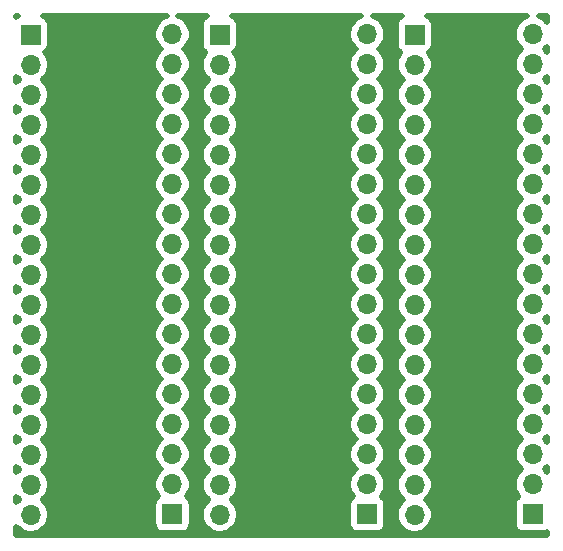
<source format=gbl>
%TF.GenerationSoftware,KiCad,Pcbnew,5.1.10*%
%TF.CreationDate,2021-10-22T01:18:59+03:00*%
%TF.ProjectId,breakouts,62726561-6b6f-4757-9473-2e6b69636164,rev?*%
%TF.SameCoordinates,Original*%
%TF.FileFunction,Copper,L2,Bot*%
%TF.FilePolarity,Positive*%
%FSLAX46Y46*%
G04 Gerber Fmt 4.6, Leading zero omitted, Abs format (unit mm)*
G04 Created by KiCad (PCBNEW 5.1.10) date 2021-10-22 01:18:59*
%MOMM*%
%LPD*%
G01*
G04 APERTURE LIST*
%TA.AperFunction,ComponentPad*%
%ADD10O,1.700000X1.700000*%
%TD*%
%TA.AperFunction,ComponentPad*%
%ADD11R,1.700000X1.700000*%
%TD*%
%TA.AperFunction,NonConductor*%
%ADD12C,0.508000*%
%TD*%
%TA.AperFunction,NonConductor*%
%ADD13C,0.100000*%
%TD*%
G04 APERTURE END LIST*
D10*
%TO.P,J18,17*%
%TO.N,Net-(J18-Pad17)*%
X81000000Y-46824999D03*
%TO.P,J18,16*%
%TO.N,Net-(J18-Pad16)*%
X81000000Y-49364999D03*
%TO.P,J18,15*%
%TO.N,Net-(J18-Pad15)*%
X81000000Y-51904999D03*
%TO.P,J18,14*%
%TO.N,Net-(J18-Pad14)*%
X81000000Y-54444999D03*
%TO.P,J18,13*%
%TO.N,Net-(J18-Pad13)*%
X81000000Y-56984999D03*
%TO.P,J18,12*%
%TO.N,Net-(J18-Pad12)*%
X81000000Y-59524999D03*
%TO.P,J18,11*%
%TO.N,Net-(J18-Pad11)*%
X81000000Y-62064999D03*
%TO.P,J18,10*%
%TO.N,Net-(J10-Pad2)*%
X81000000Y-64604999D03*
%TO.P,J18,9*%
%TO.N,Net-(J17-Pad2)*%
X81000000Y-67144999D03*
%TO.P,J18,8*%
%TO.N,Net-(J18-Pad8)*%
X81000000Y-69684999D03*
%TO.P,J18,7*%
%TO.N,Net-(J18-Pad7)*%
X81000000Y-72224999D03*
%TO.P,J18,6*%
%TO.N,Net-(J18-Pad6)*%
X81000000Y-74764999D03*
%TO.P,J18,5*%
%TO.N,Net-(J18-Pad5)*%
X81000000Y-77304999D03*
%TO.P,J18,4*%
%TO.N,Net-(J1-Pad2)*%
X81000000Y-79844999D03*
%TO.P,J18,3*%
%TO.N,Net-(J18-Pad3)*%
X81000000Y-82384999D03*
%TO.P,J18,2*%
%TO.N,Net-(J18-Pad2)*%
X81000000Y-84924999D03*
D11*
%TO.P,J18,1*%
%TO.N,Net-(J18-Pad1)*%
X81000000Y-87464999D03*
%TD*%
D10*
%TO.P,J16,17*%
%TO.N,Net-(J16-Pad17)*%
X71000000Y-87504999D03*
%TO.P,J16,16*%
%TO.N,Net-(J16-Pad16)*%
X71000000Y-84964999D03*
%TO.P,J16,15*%
%TO.N,Net-(J16-Pad15)*%
X71000000Y-82424999D03*
%TO.P,J16,14*%
%TO.N,Net-(J1-Pad1)*%
X71000000Y-79884999D03*
%TO.P,J16,13*%
%TO.N,Net-(J16-Pad13)*%
X71000000Y-77344999D03*
%TO.P,J16,12*%
%TO.N,Net-(J16-Pad12)*%
X71000000Y-74804999D03*
%TO.P,J16,11*%
%TO.N,Net-(J16-Pad11)*%
X71000000Y-72264999D03*
%TO.P,J16,10*%
%TO.N,Net-(J16-Pad10)*%
X71000000Y-69724999D03*
%TO.P,J16,9*%
%TO.N,Net-(J16-Pad9)*%
X71000000Y-67184999D03*
%TO.P,J16,8*%
%TO.N,Net-(J10-Pad1)*%
X71000000Y-64644999D03*
%TO.P,J16,7*%
%TO.N,Net-(J16-Pad7)*%
X71000000Y-62104999D03*
%TO.P,J16,6*%
%TO.N,Net-(J16-Pad6)*%
X71000000Y-59564999D03*
%TO.P,J16,5*%
%TO.N,Net-(J16-Pad5)*%
X71000000Y-57024999D03*
%TO.P,J16,4*%
%TO.N,Net-(J16-Pad4)*%
X71000000Y-54484999D03*
%TO.P,J16,3*%
%TO.N,Net-(J16-Pad3)*%
X71000000Y-51944999D03*
%TO.P,J16,2*%
%TO.N,Net-(J16-Pad2)*%
X71000000Y-49404999D03*
D11*
%TO.P,J16,1*%
%TO.N,Net-(J16-Pad1)*%
X71000000Y-46864999D03*
%TD*%
D10*
%TO.P,J15,17*%
%TO.N,Net-(J15-Pad17)*%
X67000000Y-46824999D03*
%TO.P,J15,16*%
%TO.N,Net-(J15-Pad16)*%
X67000000Y-49364999D03*
%TO.P,J15,15*%
%TO.N,Net-(J15-Pad15)*%
X67000000Y-51904999D03*
%TO.P,J15,14*%
%TO.N,Net-(J15-Pad14)*%
X67000000Y-54444999D03*
%TO.P,J15,13*%
%TO.N,Net-(J15-Pad13)*%
X67000000Y-56984999D03*
%TO.P,J15,12*%
%TO.N,Net-(J15-Pad12)*%
X67000000Y-59524999D03*
%TO.P,J15,11*%
%TO.N,Net-(J15-Pad11)*%
X67000000Y-62064999D03*
%TO.P,J15,10*%
%TO.N,Net-(J14-Pad6)*%
X67000000Y-64604999D03*
%TO.P,J15,9*%
%TO.N,Net-(J14-Pad5)*%
X67000000Y-67144999D03*
%TO.P,J15,8*%
%TO.N,Net-(J14-Pad4)*%
X67000000Y-69684999D03*
%TO.P,J15,7*%
%TO.N,Net-(J15-Pad7)*%
X67000000Y-72224999D03*
%TO.P,J15,6*%
%TO.N,Net-(J15-Pad6)*%
X67000000Y-74764999D03*
%TO.P,J15,5*%
%TO.N,Net-(J15-Pad5)*%
X67000000Y-77304999D03*
%TO.P,J15,4*%
%TO.N,Net-(J15-Pad4)*%
X67000000Y-79844999D03*
%TO.P,J15,3*%
%TO.N,Net-(J15-Pad3)*%
X67000000Y-82384999D03*
%TO.P,J15,2*%
%TO.N,Net-(J15-Pad2)*%
X67000000Y-84924999D03*
D11*
%TO.P,J15,1*%
%TO.N,Net-(J15-Pad1)*%
X67000000Y-87464999D03*
%TD*%
D10*
%TO.P,J13,17*%
%TO.N,Net-(J13-Pad17)*%
X54500000Y-87504999D03*
%TO.P,J13,16*%
%TO.N,Net-(J13-Pad16)*%
X54500000Y-84964999D03*
%TO.P,J13,15*%
%TO.N,Net-(J13-Pad15)*%
X54500000Y-82424999D03*
%TO.P,J13,14*%
%TO.N,Net-(J13-Pad14)*%
X54500000Y-79884999D03*
%TO.P,J13,13*%
%TO.N,Net-(J13-Pad13)*%
X54500000Y-77344999D03*
%TO.P,J13,12*%
%TO.N,Net-(J13-Pad12)*%
X54500000Y-74804999D03*
%TO.P,J13,11*%
%TO.N,Net-(J13-Pad11)*%
X54500000Y-72264999D03*
%TO.P,J13,10*%
%TO.N,Net-(J13-Pad10)*%
X54500000Y-69724999D03*
%TO.P,J13,9*%
%TO.N,Net-(J13-Pad9)*%
X54500000Y-67184999D03*
%TO.P,J13,8*%
%TO.N,Net-(J13-Pad8)*%
X54500000Y-64644999D03*
%TO.P,J13,7*%
%TO.N,Net-(J13-Pad7)*%
X54500000Y-62104999D03*
%TO.P,J13,6*%
%TO.N,Net-(J13-Pad6)*%
X54500000Y-59564999D03*
%TO.P,J13,5*%
%TO.N,Net-(J13-Pad5)*%
X54500000Y-57024999D03*
%TO.P,J13,4*%
%TO.N,Net-(J13-Pad4)*%
X54500000Y-54484999D03*
%TO.P,J13,3*%
%TO.N,Net-(J13-Pad3)*%
X54500000Y-51944999D03*
%TO.P,J13,2*%
%TO.N,Net-(J13-Pad2)*%
X54500000Y-49404999D03*
D11*
%TO.P,J13,1*%
%TO.N,Net-(J13-Pad1)*%
X54500000Y-46864999D03*
%TD*%
D10*
%TO.P,J12,17*%
%TO.N,Net-(J12-Pad17)*%
X50500000Y-46824999D03*
%TO.P,J12,16*%
%TO.N,Net-(J12-Pad16)*%
X50500000Y-49364999D03*
%TO.P,J12,15*%
%TO.N,Net-(J12-Pad15)*%
X50500000Y-51904999D03*
%TO.P,J12,14*%
%TO.N,Net-(J12-Pad14)*%
X50500000Y-54444999D03*
%TO.P,J12,13*%
%TO.N,Net-(J12-Pad13)*%
X50500000Y-56984999D03*
%TO.P,J12,12*%
%TO.N,Net-(J12-Pad12)*%
X50500000Y-59524999D03*
%TO.P,J12,11*%
%TO.N,Net-(J12-Pad11)*%
X50500000Y-62064999D03*
%TO.P,J12,10*%
%TO.N,Net-(J12-Pad10)*%
X50500000Y-64604999D03*
%TO.P,J12,9*%
%TO.N,Net-(J12-Pad9)*%
X50500000Y-67144999D03*
%TO.P,J12,8*%
%TO.N,Net-(J12-Pad8)*%
X50500000Y-69684999D03*
%TO.P,J12,7*%
%TO.N,Net-(J12-Pad7)*%
X50500000Y-72224999D03*
%TO.P,J12,6*%
%TO.N,Net-(J12-Pad6)*%
X50500000Y-74764999D03*
%TO.P,J12,5*%
%TO.N,Net-(J12-Pad5)*%
X50500000Y-77304999D03*
%TO.P,J12,4*%
%TO.N,Net-(J12-Pad4)*%
X50500000Y-79844999D03*
%TO.P,J12,3*%
%TO.N,Net-(J12-Pad3)*%
X50500000Y-82384999D03*
%TO.P,J12,2*%
%TO.N,Net-(J12-Pad2)*%
X50500000Y-84924999D03*
D11*
%TO.P,J12,1*%
%TO.N,Net-(J12-Pad1)*%
X50500000Y-87464999D03*
%TD*%
D10*
%TO.P,J11,17*%
%TO.N,Net-(J11-Pad17)*%
X38500000Y-87504999D03*
%TO.P,J11,16*%
%TO.N,Net-(J11-Pad16)*%
X38500000Y-84964999D03*
%TO.P,J11,15*%
%TO.N,Net-(J11-Pad15)*%
X38500000Y-82424999D03*
%TO.P,J11,14*%
%TO.N,Net-(J11-Pad14)*%
X38500000Y-79884999D03*
%TO.P,J11,13*%
%TO.N,Net-(J11-Pad13)*%
X38500000Y-77344999D03*
%TO.P,J11,12*%
%TO.N,Net-(J11-Pad12)*%
X38500000Y-74804999D03*
%TO.P,J11,11*%
%TO.N,Net-(J11-Pad11)*%
X38500000Y-72264999D03*
%TO.P,J11,10*%
%TO.N,Net-(J11-Pad10)*%
X38500000Y-69724999D03*
%TO.P,J11,9*%
%TO.N,Net-(J11-Pad9)*%
X38500000Y-67184999D03*
%TO.P,J11,8*%
%TO.N,Net-(J11-Pad8)*%
X38500000Y-64644999D03*
%TO.P,J11,7*%
%TO.N,Net-(J11-Pad7)*%
X38500000Y-62104999D03*
%TO.P,J11,6*%
%TO.N,Net-(J11-Pad6)*%
X38500000Y-59564999D03*
%TO.P,J11,5*%
%TO.N,Net-(J11-Pad5)*%
X38500000Y-57024999D03*
%TO.P,J11,4*%
%TO.N,Net-(J11-Pad4)*%
X38500000Y-54484999D03*
%TO.P,J11,3*%
%TO.N,Net-(J11-Pad3)*%
X38500000Y-51944999D03*
%TO.P,J11,2*%
%TO.N,Net-(J11-Pad2)*%
X38500000Y-49404999D03*
D11*
%TO.P,J11,1*%
%TO.N,Net-(J11-Pad1)*%
X38500000Y-46864999D03*
%TD*%
D12*
X49736432Y-45396463D02*
X49472410Y-45572877D01*
X49247878Y-45797409D01*
X49071464Y-46061431D01*
X48949948Y-46354796D01*
X48888000Y-46666231D01*
X48888000Y-46983767D01*
X48949948Y-47295202D01*
X49071464Y-47588567D01*
X49247878Y-47852589D01*
X49472410Y-48077121D01*
X49499166Y-48094999D01*
X49472410Y-48112877D01*
X49247878Y-48337409D01*
X49071464Y-48601431D01*
X48949948Y-48894796D01*
X48888000Y-49206231D01*
X48888000Y-49523767D01*
X48949948Y-49835202D01*
X49071464Y-50128567D01*
X49247878Y-50392589D01*
X49472410Y-50617121D01*
X49499166Y-50634999D01*
X49472410Y-50652877D01*
X49247878Y-50877409D01*
X49071464Y-51141431D01*
X48949948Y-51434796D01*
X48888000Y-51746231D01*
X48888000Y-52063767D01*
X48949948Y-52375202D01*
X49071464Y-52668567D01*
X49247878Y-52932589D01*
X49472410Y-53157121D01*
X49499166Y-53174999D01*
X49472410Y-53192877D01*
X49247878Y-53417409D01*
X49071464Y-53681431D01*
X48949948Y-53974796D01*
X48888000Y-54286231D01*
X48888000Y-54603767D01*
X48949948Y-54915202D01*
X49071464Y-55208567D01*
X49247878Y-55472589D01*
X49472410Y-55697121D01*
X49499166Y-55714999D01*
X49472410Y-55732877D01*
X49247878Y-55957409D01*
X49071464Y-56221431D01*
X48949948Y-56514796D01*
X48888000Y-56826231D01*
X48888000Y-57143767D01*
X48949948Y-57455202D01*
X49071464Y-57748567D01*
X49247878Y-58012589D01*
X49472410Y-58237121D01*
X49499166Y-58254999D01*
X49472410Y-58272877D01*
X49247878Y-58497409D01*
X49071464Y-58761431D01*
X48949948Y-59054796D01*
X48888000Y-59366231D01*
X48888000Y-59683767D01*
X48949948Y-59995202D01*
X49071464Y-60288567D01*
X49247878Y-60552589D01*
X49472410Y-60777121D01*
X49499166Y-60794999D01*
X49472410Y-60812877D01*
X49247878Y-61037409D01*
X49071464Y-61301431D01*
X48949948Y-61594796D01*
X48888000Y-61906231D01*
X48888000Y-62223767D01*
X48949948Y-62535202D01*
X49071464Y-62828567D01*
X49247878Y-63092589D01*
X49472410Y-63317121D01*
X49499166Y-63334999D01*
X49472410Y-63352877D01*
X49247878Y-63577409D01*
X49071464Y-63841431D01*
X48949948Y-64134796D01*
X48888000Y-64446231D01*
X48888000Y-64763767D01*
X48949948Y-65075202D01*
X49071464Y-65368567D01*
X49247878Y-65632589D01*
X49472410Y-65857121D01*
X49499166Y-65874999D01*
X49472410Y-65892877D01*
X49247878Y-66117409D01*
X49071464Y-66381431D01*
X48949948Y-66674796D01*
X48888000Y-66986231D01*
X48888000Y-67303767D01*
X48949948Y-67615202D01*
X49071464Y-67908567D01*
X49247878Y-68172589D01*
X49472410Y-68397121D01*
X49499166Y-68414999D01*
X49472410Y-68432877D01*
X49247878Y-68657409D01*
X49071464Y-68921431D01*
X48949948Y-69214796D01*
X48888000Y-69526231D01*
X48888000Y-69843767D01*
X48949948Y-70155202D01*
X49071464Y-70448567D01*
X49247878Y-70712589D01*
X49472410Y-70937121D01*
X49499166Y-70954999D01*
X49472410Y-70972877D01*
X49247878Y-71197409D01*
X49071464Y-71461431D01*
X48949948Y-71754796D01*
X48888000Y-72066231D01*
X48888000Y-72383767D01*
X48949948Y-72695202D01*
X49071464Y-72988567D01*
X49247878Y-73252589D01*
X49472410Y-73477121D01*
X49499166Y-73494999D01*
X49472410Y-73512877D01*
X49247878Y-73737409D01*
X49071464Y-74001431D01*
X48949948Y-74294796D01*
X48888000Y-74606231D01*
X48888000Y-74923767D01*
X48949948Y-75235202D01*
X49071464Y-75528567D01*
X49247878Y-75792589D01*
X49472410Y-76017121D01*
X49499166Y-76034999D01*
X49472410Y-76052877D01*
X49247878Y-76277409D01*
X49071464Y-76541431D01*
X48949948Y-76834796D01*
X48888000Y-77146231D01*
X48888000Y-77463767D01*
X48949948Y-77775202D01*
X49071464Y-78068567D01*
X49247878Y-78332589D01*
X49472410Y-78557121D01*
X49499166Y-78574999D01*
X49472410Y-78592877D01*
X49247878Y-78817409D01*
X49071464Y-79081431D01*
X48949948Y-79374796D01*
X48888000Y-79686231D01*
X48888000Y-80003767D01*
X48949948Y-80315202D01*
X49071464Y-80608567D01*
X49247878Y-80872589D01*
X49472410Y-81097121D01*
X49499166Y-81114999D01*
X49472410Y-81132877D01*
X49247878Y-81357409D01*
X49071464Y-81621431D01*
X48949948Y-81914796D01*
X48888000Y-82226231D01*
X48888000Y-82543767D01*
X48949948Y-82855202D01*
X49071464Y-83148567D01*
X49247878Y-83412589D01*
X49472410Y-83637121D01*
X49499166Y-83654999D01*
X49472410Y-83672877D01*
X49247878Y-83897409D01*
X49071464Y-84161431D01*
X48949948Y-84454796D01*
X48888000Y-84766231D01*
X48888000Y-85083767D01*
X48949948Y-85395202D01*
X49071464Y-85688567D01*
X49247878Y-85952589D01*
X49256563Y-85961274D01*
X49224608Y-85978354D01*
X49108578Y-86073577D01*
X49013355Y-86189607D01*
X48942598Y-86321984D01*
X48899026Y-86465621D01*
X48884314Y-86614999D01*
X48884314Y-88314999D01*
X48899026Y-88464377D01*
X48942598Y-88608014D01*
X49013355Y-88740391D01*
X49108578Y-88856421D01*
X49224608Y-88951644D01*
X49356985Y-89022401D01*
X49500622Y-89065973D01*
X49650000Y-89080685D01*
X51350000Y-89080685D01*
X51499378Y-89065973D01*
X51643015Y-89022401D01*
X51775392Y-88951644D01*
X51891422Y-88856421D01*
X51986645Y-88740391D01*
X52057402Y-88608014D01*
X52100974Y-88464377D01*
X52115686Y-88314999D01*
X52115686Y-86614999D01*
X52100974Y-86465621D01*
X52057402Y-86321984D01*
X51986645Y-86189607D01*
X51891422Y-86073577D01*
X51775392Y-85978354D01*
X51743437Y-85961274D01*
X51752122Y-85952589D01*
X51928536Y-85688567D01*
X52050052Y-85395202D01*
X52112000Y-85083767D01*
X52112000Y-84766231D01*
X52050052Y-84454796D01*
X51928536Y-84161431D01*
X51752122Y-83897409D01*
X51527590Y-83672877D01*
X51500834Y-83654999D01*
X51527590Y-83637121D01*
X51752122Y-83412589D01*
X51928536Y-83148567D01*
X52050052Y-82855202D01*
X52112000Y-82543767D01*
X52112000Y-82226231D01*
X52050052Y-81914796D01*
X51928536Y-81621431D01*
X51752122Y-81357409D01*
X51527590Y-81132877D01*
X51500834Y-81114999D01*
X51527590Y-81097121D01*
X51752122Y-80872589D01*
X51928536Y-80608567D01*
X52050052Y-80315202D01*
X52112000Y-80003767D01*
X52112000Y-79686231D01*
X52050052Y-79374796D01*
X51928536Y-79081431D01*
X51752122Y-78817409D01*
X51527590Y-78592877D01*
X51500834Y-78574999D01*
X51527590Y-78557121D01*
X51752122Y-78332589D01*
X51928536Y-78068567D01*
X52050052Y-77775202D01*
X52112000Y-77463767D01*
X52112000Y-77146231D01*
X52050052Y-76834796D01*
X51928536Y-76541431D01*
X51752122Y-76277409D01*
X51527590Y-76052877D01*
X51500834Y-76034999D01*
X51527590Y-76017121D01*
X51752122Y-75792589D01*
X51928536Y-75528567D01*
X52050052Y-75235202D01*
X52112000Y-74923767D01*
X52112000Y-74606231D01*
X52050052Y-74294796D01*
X51928536Y-74001431D01*
X51752122Y-73737409D01*
X51527590Y-73512877D01*
X51500834Y-73494999D01*
X51527590Y-73477121D01*
X51752122Y-73252589D01*
X51928536Y-72988567D01*
X52050052Y-72695202D01*
X52112000Y-72383767D01*
X52112000Y-72066231D01*
X52050052Y-71754796D01*
X51928536Y-71461431D01*
X51752122Y-71197409D01*
X51527590Y-70972877D01*
X51500834Y-70954999D01*
X51527590Y-70937121D01*
X51752122Y-70712589D01*
X51928536Y-70448567D01*
X52050052Y-70155202D01*
X52112000Y-69843767D01*
X52112000Y-69526231D01*
X52050052Y-69214796D01*
X51928536Y-68921431D01*
X51752122Y-68657409D01*
X51527590Y-68432877D01*
X51500834Y-68414999D01*
X51527590Y-68397121D01*
X51752122Y-68172589D01*
X51928536Y-67908567D01*
X52050052Y-67615202D01*
X52112000Y-67303767D01*
X52112000Y-66986231D01*
X52050052Y-66674796D01*
X51928536Y-66381431D01*
X51752122Y-66117409D01*
X51527590Y-65892877D01*
X51500834Y-65874999D01*
X51527590Y-65857121D01*
X51752122Y-65632589D01*
X51928536Y-65368567D01*
X52050052Y-65075202D01*
X52112000Y-64763767D01*
X52112000Y-64446231D01*
X52050052Y-64134796D01*
X51928536Y-63841431D01*
X51752122Y-63577409D01*
X51527590Y-63352877D01*
X51500834Y-63334999D01*
X51527590Y-63317121D01*
X51752122Y-63092589D01*
X51928536Y-62828567D01*
X52050052Y-62535202D01*
X52112000Y-62223767D01*
X52112000Y-61906231D01*
X52050052Y-61594796D01*
X51928536Y-61301431D01*
X51752122Y-61037409D01*
X51527590Y-60812877D01*
X51500834Y-60794999D01*
X51527590Y-60777121D01*
X51752122Y-60552589D01*
X51928536Y-60288567D01*
X52050052Y-59995202D01*
X52112000Y-59683767D01*
X52112000Y-59366231D01*
X52050052Y-59054796D01*
X51928536Y-58761431D01*
X51752122Y-58497409D01*
X51527590Y-58272877D01*
X51500834Y-58254999D01*
X51527590Y-58237121D01*
X51752122Y-58012589D01*
X51928536Y-57748567D01*
X52050052Y-57455202D01*
X52112000Y-57143767D01*
X52112000Y-56826231D01*
X52050052Y-56514796D01*
X51928536Y-56221431D01*
X51752122Y-55957409D01*
X51527590Y-55732877D01*
X51500834Y-55714999D01*
X51527590Y-55697121D01*
X51752122Y-55472589D01*
X51928536Y-55208567D01*
X52050052Y-54915202D01*
X52112000Y-54603767D01*
X52112000Y-54286231D01*
X52050052Y-53974796D01*
X51928536Y-53681431D01*
X51752122Y-53417409D01*
X51527590Y-53192877D01*
X51500834Y-53174999D01*
X51527590Y-53157121D01*
X51752122Y-52932589D01*
X51928536Y-52668567D01*
X52050052Y-52375202D01*
X52112000Y-52063767D01*
X52112000Y-51746231D01*
X52050052Y-51434796D01*
X51928536Y-51141431D01*
X51752122Y-50877409D01*
X51527590Y-50652877D01*
X51500834Y-50634999D01*
X51527590Y-50617121D01*
X51752122Y-50392589D01*
X51928536Y-50128567D01*
X52050052Y-49835202D01*
X52112000Y-49523767D01*
X52112000Y-49206231D01*
X52050052Y-48894796D01*
X51928536Y-48601431D01*
X51752122Y-48337409D01*
X51527590Y-48112877D01*
X51500834Y-48094999D01*
X51527590Y-48077121D01*
X51752122Y-47852589D01*
X51928536Y-47588567D01*
X52050052Y-47295202D01*
X52112000Y-46983767D01*
X52112000Y-46666231D01*
X52050052Y-46354796D01*
X51928536Y-46061431D01*
X51752122Y-45797409D01*
X51527590Y-45572877D01*
X51263568Y-45396463D01*
X50999301Y-45287000D01*
X53424884Y-45287000D01*
X53356985Y-45307597D01*
X53224608Y-45378354D01*
X53108578Y-45473577D01*
X53013355Y-45589607D01*
X52942598Y-45721984D01*
X52899026Y-45865621D01*
X52884314Y-46014999D01*
X52884314Y-47714999D01*
X52899026Y-47864377D01*
X52942598Y-48008014D01*
X53013355Y-48140391D01*
X53108578Y-48256421D01*
X53224608Y-48351644D01*
X53256563Y-48368724D01*
X53247878Y-48377409D01*
X53071464Y-48641431D01*
X52949948Y-48934796D01*
X52888000Y-49246231D01*
X52888000Y-49563767D01*
X52949948Y-49875202D01*
X53071464Y-50168567D01*
X53247878Y-50432589D01*
X53472410Y-50657121D01*
X53499166Y-50674999D01*
X53472410Y-50692877D01*
X53247878Y-50917409D01*
X53071464Y-51181431D01*
X52949948Y-51474796D01*
X52888000Y-51786231D01*
X52888000Y-52103767D01*
X52949948Y-52415202D01*
X53071464Y-52708567D01*
X53247878Y-52972589D01*
X53472410Y-53197121D01*
X53499166Y-53214999D01*
X53472410Y-53232877D01*
X53247878Y-53457409D01*
X53071464Y-53721431D01*
X52949948Y-54014796D01*
X52888000Y-54326231D01*
X52888000Y-54643767D01*
X52949948Y-54955202D01*
X53071464Y-55248567D01*
X53247878Y-55512589D01*
X53472410Y-55737121D01*
X53499166Y-55754999D01*
X53472410Y-55772877D01*
X53247878Y-55997409D01*
X53071464Y-56261431D01*
X52949948Y-56554796D01*
X52888000Y-56866231D01*
X52888000Y-57183767D01*
X52949948Y-57495202D01*
X53071464Y-57788567D01*
X53247878Y-58052589D01*
X53472410Y-58277121D01*
X53499166Y-58294999D01*
X53472410Y-58312877D01*
X53247878Y-58537409D01*
X53071464Y-58801431D01*
X52949948Y-59094796D01*
X52888000Y-59406231D01*
X52888000Y-59723767D01*
X52949948Y-60035202D01*
X53071464Y-60328567D01*
X53247878Y-60592589D01*
X53472410Y-60817121D01*
X53499166Y-60834999D01*
X53472410Y-60852877D01*
X53247878Y-61077409D01*
X53071464Y-61341431D01*
X52949948Y-61634796D01*
X52888000Y-61946231D01*
X52888000Y-62263767D01*
X52949948Y-62575202D01*
X53071464Y-62868567D01*
X53247878Y-63132589D01*
X53472410Y-63357121D01*
X53499166Y-63374999D01*
X53472410Y-63392877D01*
X53247878Y-63617409D01*
X53071464Y-63881431D01*
X52949948Y-64174796D01*
X52888000Y-64486231D01*
X52888000Y-64803767D01*
X52949948Y-65115202D01*
X53071464Y-65408567D01*
X53247878Y-65672589D01*
X53472410Y-65897121D01*
X53499166Y-65914999D01*
X53472410Y-65932877D01*
X53247878Y-66157409D01*
X53071464Y-66421431D01*
X52949948Y-66714796D01*
X52888000Y-67026231D01*
X52888000Y-67343767D01*
X52949948Y-67655202D01*
X53071464Y-67948567D01*
X53247878Y-68212589D01*
X53472410Y-68437121D01*
X53499166Y-68454999D01*
X53472410Y-68472877D01*
X53247878Y-68697409D01*
X53071464Y-68961431D01*
X52949948Y-69254796D01*
X52888000Y-69566231D01*
X52888000Y-69883767D01*
X52949948Y-70195202D01*
X53071464Y-70488567D01*
X53247878Y-70752589D01*
X53472410Y-70977121D01*
X53499166Y-70994999D01*
X53472410Y-71012877D01*
X53247878Y-71237409D01*
X53071464Y-71501431D01*
X52949948Y-71794796D01*
X52888000Y-72106231D01*
X52888000Y-72423767D01*
X52949948Y-72735202D01*
X53071464Y-73028567D01*
X53247878Y-73292589D01*
X53472410Y-73517121D01*
X53499166Y-73534999D01*
X53472410Y-73552877D01*
X53247878Y-73777409D01*
X53071464Y-74041431D01*
X52949948Y-74334796D01*
X52888000Y-74646231D01*
X52888000Y-74963767D01*
X52949948Y-75275202D01*
X53071464Y-75568567D01*
X53247878Y-75832589D01*
X53472410Y-76057121D01*
X53499166Y-76074999D01*
X53472410Y-76092877D01*
X53247878Y-76317409D01*
X53071464Y-76581431D01*
X52949948Y-76874796D01*
X52888000Y-77186231D01*
X52888000Y-77503767D01*
X52949948Y-77815202D01*
X53071464Y-78108567D01*
X53247878Y-78372589D01*
X53472410Y-78597121D01*
X53499166Y-78614999D01*
X53472410Y-78632877D01*
X53247878Y-78857409D01*
X53071464Y-79121431D01*
X52949948Y-79414796D01*
X52888000Y-79726231D01*
X52888000Y-80043767D01*
X52949948Y-80355202D01*
X53071464Y-80648567D01*
X53247878Y-80912589D01*
X53472410Y-81137121D01*
X53499166Y-81154999D01*
X53472410Y-81172877D01*
X53247878Y-81397409D01*
X53071464Y-81661431D01*
X52949948Y-81954796D01*
X52888000Y-82266231D01*
X52888000Y-82583767D01*
X52949948Y-82895202D01*
X53071464Y-83188567D01*
X53247878Y-83452589D01*
X53472410Y-83677121D01*
X53499166Y-83694999D01*
X53472410Y-83712877D01*
X53247878Y-83937409D01*
X53071464Y-84201431D01*
X52949948Y-84494796D01*
X52888000Y-84806231D01*
X52888000Y-85123767D01*
X52949948Y-85435202D01*
X53071464Y-85728567D01*
X53247878Y-85992589D01*
X53472410Y-86217121D01*
X53499166Y-86234999D01*
X53472410Y-86252877D01*
X53247878Y-86477409D01*
X53071464Y-86741431D01*
X52949948Y-87034796D01*
X52888000Y-87346231D01*
X52888000Y-87663767D01*
X52949948Y-87975202D01*
X53071464Y-88268567D01*
X53247878Y-88532589D01*
X53472410Y-88757121D01*
X53736432Y-88933535D01*
X54029797Y-89055051D01*
X54341232Y-89116999D01*
X54658768Y-89116999D01*
X54970203Y-89055051D01*
X55263568Y-88933535D01*
X55527590Y-88757121D01*
X55752122Y-88532589D01*
X55928536Y-88268567D01*
X56050052Y-87975202D01*
X56112000Y-87663767D01*
X56112000Y-87346231D01*
X56050052Y-87034796D01*
X55928536Y-86741431D01*
X55752122Y-86477409D01*
X55527590Y-86252877D01*
X55500834Y-86234999D01*
X55527590Y-86217121D01*
X55752122Y-85992589D01*
X55928536Y-85728567D01*
X56050052Y-85435202D01*
X56112000Y-85123767D01*
X56112000Y-84806231D01*
X56050052Y-84494796D01*
X55928536Y-84201431D01*
X55752122Y-83937409D01*
X55527590Y-83712877D01*
X55500834Y-83694999D01*
X55527590Y-83677121D01*
X55752122Y-83452589D01*
X55928536Y-83188567D01*
X56050052Y-82895202D01*
X56112000Y-82583767D01*
X56112000Y-82266231D01*
X56050052Y-81954796D01*
X55928536Y-81661431D01*
X55752122Y-81397409D01*
X55527590Y-81172877D01*
X55500834Y-81154999D01*
X55527590Y-81137121D01*
X55752122Y-80912589D01*
X55928536Y-80648567D01*
X56050052Y-80355202D01*
X56112000Y-80043767D01*
X56112000Y-79726231D01*
X56050052Y-79414796D01*
X55928536Y-79121431D01*
X55752122Y-78857409D01*
X55527590Y-78632877D01*
X55500834Y-78614999D01*
X55527590Y-78597121D01*
X55752122Y-78372589D01*
X55928536Y-78108567D01*
X56050052Y-77815202D01*
X56112000Y-77503767D01*
X56112000Y-77186231D01*
X56050052Y-76874796D01*
X55928536Y-76581431D01*
X55752122Y-76317409D01*
X55527590Y-76092877D01*
X55500834Y-76074999D01*
X55527590Y-76057121D01*
X55752122Y-75832589D01*
X55928536Y-75568567D01*
X56050052Y-75275202D01*
X56112000Y-74963767D01*
X56112000Y-74646231D01*
X56050052Y-74334796D01*
X55928536Y-74041431D01*
X55752122Y-73777409D01*
X55527590Y-73552877D01*
X55500834Y-73534999D01*
X55527590Y-73517121D01*
X55752122Y-73292589D01*
X55928536Y-73028567D01*
X56050052Y-72735202D01*
X56112000Y-72423767D01*
X56112000Y-72106231D01*
X56050052Y-71794796D01*
X55928536Y-71501431D01*
X55752122Y-71237409D01*
X55527590Y-71012877D01*
X55500834Y-70994999D01*
X55527590Y-70977121D01*
X55752122Y-70752589D01*
X55928536Y-70488567D01*
X56050052Y-70195202D01*
X56112000Y-69883767D01*
X56112000Y-69566231D01*
X56050052Y-69254796D01*
X55928536Y-68961431D01*
X55752122Y-68697409D01*
X55527590Y-68472877D01*
X55500834Y-68454999D01*
X55527590Y-68437121D01*
X55752122Y-68212589D01*
X55928536Y-67948567D01*
X56050052Y-67655202D01*
X56112000Y-67343767D01*
X56112000Y-67026231D01*
X56050052Y-66714796D01*
X55928536Y-66421431D01*
X55752122Y-66157409D01*
X55527590Y-65932877D01*
X55500834Y-65914999D01*
X55527590Y-65897121D01*
X55752122Y-65672589D01*
X55928536Y-65408567D01*
X56050052Y-65115202D01*
X56112000Y-64803767D01*
X56112000Y-64486231D01*
X56050052Y-64174796D01*
X55928536Y-63881431D01*
X55752122Y-63617409D01*
X55527590Y-63392877D01*
X55500834Y-63374999D01*
X55527590Y-63357121D01*
X55752122Y-63132589D01*
X55928536Y-62868567D01*
X56050052Y-62575202D01*
X56112000Y-62263767D01*
X56112000Y-61946231D01*
X56050052Y-61634796D01*
X55928536Y-61341431D01*
X55752122Y-61077409D01*
X55527590Y-60852877D01*
X55500834Y-60834999D01*
X55527590Y-60817121D01*
X55752122Y-60592589D01*
X55928536Y-60328567D01*
X56050052Y-60035202D01*
X56112000Y-59723767D01*
X56112000Y-59406231D01*
X56050052Y-59094796D01*
X55928536Y-58801431D01*
X55752122Y-58537409D01*
X55527590Y-58312877D01*
X55500834Y-58294999D01*
X55527590Y-58277121D01*
X55752122Y-58052589D01*
X55928536Y-57788567D01*
X56050052Y-57495202D01*
X56112000Y-57183767D01*
X56112000Y-56866231D01*
X56050052Y-56554796D01*
X55928536Y-56261431D01*
X55752122Y-55997409D01*
X55527590Y-55772877D01*
X55500834Y-55754999D01*
X55527590Y-55737121D01*
X55752122Y-55512589D01*
X55928536Y-55248567D01*
X56050052Y-54955202D01*
X56112000Y-54643767D01*
X56112000Y-54326231D01*
X56050052Y-54014796D01*
X55928536Y-53721431D01*
X55752122Y-53457409D01*
X55527590Y-53232877D01*
X55500834Y-53214999D01*
X55527590Y-53197121D01*
X55752122Y-52972589D01*
X55928536Y-52708567D01*
X56050052Y-52415202D01*
X56112000Y-52103767D01*
X56112000Y-51786231D01*
X56050052Y-51474796D01*
X55928536Y-51181431D01*
X55752122Y-50917409D01*
X55527590Y-50692877D01*
X55500834Y-50674999D01*
X55527590Y-50657121D01*
X55752122Y-50432589D01*
X55928536Y-50168567D01*
X56050052Y-49875202D01*
X56112000Y-49563767D01*
X56112000Y-49246231D01*
X56050052Y-48934796D01*
X55928536Y-48641431D01*
X55752122Y-48377409D01*
X55743437Y-48368724D01*
X55775392Y-48351644D01*
X55891422Y-48256421D01*
X55986645Y-48140391D01*
X56057402Y-48008014D01*
X56100974Y-47864377D01*
X56115686Y-47714999D01*
X56115686Y-46014999D01*
X56100974Y-45865621D01*
X56057402Y-45721984D01*
X55986645Y-45589607D01*
X55891422Y-45473577D01*
X55775392Y-45378354D01*
X55643015Y-45307597D01*
X55575116Y-45287000D01*
X66500699Y-45287000D01*
X66236432Y-45396463D01*
X65972410Y-45572877D01*
X65747878Y-45797409D01*
X65571464Y-46061431D01*
X65449948Y-46354796D01*
X65388000Y-46666231D01*
X65388000Y-46983767D01*
X65449948Y-47295202D01*
X65571464Y-47588567D01*
X65747878Y-47852589D01*
X65972410Y-48077121D01*
X65999166Y-48094999D01*
X65972410Y-48112877D01*
X65747878Y-48337409D01*
X65571464Y-48601431D01*
X65449948Y-48894796D01*
X65388000Y-49206231D01*
X65388000Y-49523767D01*
X65449948Y-49835202D01*
X65571464Y-50128567D01*
X65747878Y-50392589D01*
X65972410Y-50617121D01*
X65999166Y-50634999D01*
X65972410Y-50652877D01*
X65747878Y-50877409D01*
X65571464Y-51141431D01*
X65449948Y-51434796D01*
X65388000Y-51746231D01*
X65388000Y-52063767D01*
X65449948Y-52375202D01*
X65571464Y-52668567D01*
X65747878Y-52932589D01*
X65972410Y-53157121D01*
X65999166Y-53174999D01*
X65972410Y-53192877D01*
X65747878Y-53417409D01*
X65571464Y-53681431D01*
X65449948Y-53974796D01*
X65388000Y-54286231D01*
X65388000Y-54603767D01*
X65449948Y-54915202D01*
X65571464Y-55208567D01*
X65747878Y-55472589D01*
X65972410Y-55697121D01*
X65999166Y-55714999D01*
X65972410Y-55732877D01*
X65747878Y-55957409D01*
X65571464Y-56221431D01*
X65449948Y-56514796D01*
X65388000Y-56826231D01*
X65388000Y-57143767D01*
X65449948Y-57455202D01*
X65571464Y-57748567D01*
X65747878Y-58012589D01*
X65972410Y-58237121D01*
X65999166Y-58254999D01*
X65972410Y-58272877D01*
X65747878Y-58497409D01*
X65571464Y-58761431D01*
X65449948Y-59054796D01*
X65388000Y-59366231D01*
X65388000Y-59683767D01*
X65449948Y-59995202D01*
X65571464Y-60288567D01*
X65747878Y-60552589D01*
X65972410Y-60777121D01*
X65999166Y-60794999D01*
X65972410Y-60812877D01*
X65747878Y-61037409D01*
X65571464Y-61301431D01*
X65449948Y-61594796D01*
X65388000Y-61906231D01*
X65388000Y-62223767D01*
X65449948Y-62535202D01*
X65571464Y-62828567D01*
X65747878Y-63092589D01*
X65972410Y-63317121D01*
X65999166Y-63334999D01*
X65972410Y-63352877D01*
X65747878Y-63577409D01*
X65571464Y-63841431D01*
X65449948Y-64134796D01*
X65388000Y-64446231D01*
X65388000Y-64763767D01*
X65449948Y-65075202D01*
X65571464Y-65368567D01*
X65747878Y-65632589D01*
X65972410Y-65857121D01*
X65999166Y-65874999D01*
X65972410Y-65892877D01*
X65747878Y-66117409D01*
X65571464Y-66381431D01*
X65449948Y-66674796D01*
X65388000Y-66986231D01*
X65388000Y-67303767D01*
X65449948Y-67615202D01*
X65571464Y-67908567D01*
X65747878Y-68172589D01*
X65972410Y-68397121D01*
X65999166Y-68414999D01*
X65972410Y-68432877D01*
X65747878Y-68657409D01*
X65571464Y-68921431D01*
X65449948Y-69214796D01*
X65388000Y-69526231D01*
X65388000Y-69843767D01*
X65449948Y-70155202D01*
X65571464Y-70448567D01*
X65747878Y-70712589D01*
X65972410Y-70937121D01*
X65999166Y-70954999D01*
X65972410Y-70972877D01*
X65747878Y-71197409D01*
X65571464Y-71461431D01*
X65449948Y-71754796D01*
X65388000Y-72066231D01*
X65388000Y-72383767D01*
X65449948Y-72695202D01*
X65571464Y-72988567D01*
X65747878Y-73252589D01*
X65972410Y-73477121D01*
X65999166Y-73494999D01*
X65972410Y-73512877D01*
X65747878Y-73737409D01*
X65571464Y-74001431D01*
X65449948Y-74294796D01*
X65388000Y-74606231D01*
X65388000Y-74923767D01*
X65449948Y-75235202D01*
X65571464Y-75528567D01*
X65747878Y-75792589D01*
X65972410Y-76017121D01*
X65999166Y-76034999D01*
X65972410Y-76052877D01*
X65747878Y-76277409D01*
X65571464Y-76541431D01*
X65449948Y-76834796D01*
X65388000Y-77146231D01*
X65388000Y-77463767D01*
X65449948Y-77775202D01*
X65571464Y-78068567D01*
X65747878Y-78332589D01*
X65972410Y-78557121D01*
X65999166Y-78574999D01*
X65972410Y-78592877D01*
X65747878Y-78817409D01*
X65571464Y-79081431D01*
X65449948Y-79374796D01*
X65388000Y-79686231D01*
X65388000Y-80003767D01*
X65449948Y-80315202D01*
X65571464Y-80608567D01*
X65747878Y-80872589D01*
X65972410Y-81097121D01*
X65999166Y-81114999D01*
X65972410Y-81132877D01*
X65747878Y-81357409D01*
X65571464Y-81621431D01*
X65449948Y-81914796D01*
X65388000Y-82226231D01*
X65388000Y-82543767D01*
X65449948Y-82855202D01*
X65571464Y-83148567D01*
X65747878Y-83412589D01*
X65972410Y-83637121D01*
X65999166Y-83654999D01*
X65972410Y-83672877D01*
X65747878Y-83897409D01*
X65571464Y-84161431D01*
X65449948Y-84454796D01*
X65388000Y-84766231D01*
X65388000Y-85083767D01*
X65449948Y-85395202D01*
X65571464Y-85688567D01*
X65747878Y-85952589D01*
X65756563Y-85961274D01*
X65724608Y-85978354D01*
X65608578Y-86073577D01*
X65513355Y-86189607D01*
X65442598Y-86321984D01*
X65399026Y-86465621D01*
X65384314Y-86614999D01*
X65384314Y-88314999D01*
X65399026Y-88464377D01*
X65442598Y-88608014D01*
X65513355Y-88740391D01*
X65608578Y-88856421D01*
X65724608Y-88951644D01*
X65856985Y-89022401D01*
X66000622Y-89065973D01*
X66150000Y-89080685D01*
X67850000Y-89080685D01*
X67999378Y-89065973D01*
X68143015Y-89022401D01*
X68275392Y-88951644D01*
X68391422Y-88856421D01*
X68486645Y-88740391D01*
X68557402Y-88608014D01*
X68600974Y-88464377D01*
X68615686Y-88314999D01*
X68615686Y-86614999D01*
X68600974Y-86465621D01*
X68557402Y-86321984D01*
X68486645Y-86189607D01*
X68391422Y-86073577D01*
X68275392Y-85978354D01*
X68243437Y-85961274D01*
X68252122Y-85952589D01*
X68428536Y-85688567D01*
X68550052Y-85395202D01*
X68612000Y-85083767D01*
X68612000Y-84766231D01*
X68550052Y-84454796D01*
X68428536Y-84161431D01*
X68252122Y-83897409D01*
X68027590Y-83672877D01*
X68000834Y-83654999D01*
X68027590Y-83637121D01*
X68252122Y-83412589D01*
X68428536Y-83148567D01*
X68550052Y-82855202D01*
X68612000Y-82543767D01*
X68612000Y-82226231D01*
X68550052Y-81914796D01*
X68428536Y-81621431D01*
X68252122Y-81357409D01*
X68027590Y-81132877D01*
X68000834Y-81114999D01*
X68027590Y-81097121D01*
X68252122Y-80872589D01*
X68428536Y-80608567D01*
X68550052Y-80315202D01*
X68612000Y-80003767D01*
X68612000Y-79686231D01*
X68550052Y-79374796D01*
X68428536Y-79081431D01*
X68252122Y-78817409D01*
X68027590Y-78592877D01*
X68000834Y-78574999D01*
X68027590Y-78557121D01*
X68252122Y-78332589D01*
X68428536Y-78068567D01*
X68550052Y-77775202D01*
X68612000Y-77463767D01*
X68612000Y-77146231D01*
X68550052Y-76834796D01*
X68428536Y-76541431D01*
X68252122Y-76277409D01*
X68027590Y-76052877D01*
X68000834Y-76034999D01*
X68027590Y-76017121D01*
X68252122Y-75792589D01*
X68428536Y-75528567D01*
X68550052Y-75235202D01*
X68612000Y-74923767D01*
X68612000Y-74606231D01*
X68550052Y-74294796D01*
X68428536Y-74001431D01*
X68252122Y-73737409D01*
X68027590Y-73512877D01*
X68000834Y-73494999D01*
X68027590Y-73477121D01*
X68252122Y-73252589D01*
X68428536Y-72988567D01*
X68550052Y-72695202D01*
X68612000Y-72383767D01*
X68612000Y-72066231D01*
X68550052Y-71754796D01*
X68428536Y-71461431D01*
X68252122Y-71197409D01*
X68027590Y-70972877D01*
X68000834Y-70954999D01*
X68027590Y-70937121D01*
X68252122Y-70712589D01*
X68428536Y-70448567D01*
X68550052Y-70155202D01*
X68612000Y-69843767D01*
X68612000Y-69526231D01*
X68550052Y-69214796D01*
X68428536Y-68921431D01*
X68252122Y-68657409D01*
X68027590Y-68432877D01*
X68000834Y-68414999D01*
X68027590Y-68397121D01*
X68252122Y-68172589D01*
X68428536Y-67908567D01*
X68550052Y-67615202D01*
X68612000Y-67303767D01*
X68612000Y-66986231D01*
X68550052Y-66674796D01*
X68428536Y-66381431D01*
X68252122Y-66117409D01*
X68027590Y-65892877D01*
X68000834Y-65874999D01*
X68027590Y-65857121D01*
X68252122Y-65632589D01*
X68428536Y-65368567D01*
X68550052Y-65075202D01*
X68612000Y-64763767D01*
X68612000Y-64446231D01*
X68550052Y-64134796D01*
X68428536Y-63841431D01*
X68252122Y-63577409D01*
X68027590Y-63352877D01*
X68000834Y-63334999D01*
X68027590Y-63317121D01*
X68252122Y-63092589D01*
X68428536Y-62828567D01*
X68550052Y-62535202D01*
X68612000Y-62223767D01*
X68612000Y-61906231D01*
X68550052Y-61594796D01*
X68428536Y-61301431D01*
X68252122Y-61037409D01*
X68027590Y-60812877D01*
X68000834Y-60794999D01*
X68027590Y-60777121D01*
X68252122Y-60552589D01*
X68428536Y-60288567D01*
X68550052Y-59995202D01*
X68612000Y-59683767D01*
X68612000Y-59366231D01*
X68550052Y-59054796D01*
X68428536Y-58761431D01*
X68252122Y-58497409D01*
X68027590Y-58272877D01*
X68000834Y-58254999D01*
X68027590Y-58237121D01*
X68252122Y-58012589D01*
X68428536Y-57748567D01*
X68550052Y-57455202D01*
X68612000Y-57143767D01*
X68612000Y-56826231D01*
X68550052Y-56514796D01*
X68428536Y-56221431D01*
X68252122Y-55957409D01*
X68027590Y-55732877D01*
X68000834Y-55714999D01*
X68027590Y-55697121D01*
X68252122Y-55472589D01*
X68428536Y-55208567D01*
X68550052Y-54915202D01*
X68612000Y-54603767D01*
X68612000Y-54286231D01*
X68550052Y-53974796D01*
X68428536Y-53681431D01*
X68252122Y-53417409D01*
X68027590Y-53192877D01*
X68000834Y-53174999D01*
X68027590Y-53157121D01*
X68252122Y-52932589D01*
X68428536Y-52668567D01*
X68550052Y-52375202D01*
X68612000Y-52063767D01*
X68612000Y-51746231D01*
X68550052Y-51434796D01*
X68428536Y-51141431D01*
X68252122Y-50877409D01*
X68027590Y-50652877D01*
X68000834Y-50634999D01*
X68027590Y-50617121D01*
X68252122Y-50392589D01*
X68428536Y-50128567D01*
X68550052Y-49835202D01*
X68612000Y-49523767D01*
X68612000Y-49206231D01*
X68550052Y-48894796D01*
X68428536Y-48601431D01*
X68252122Y-48337409D01*
X68027590Y-48112877D01*
X68000834Y-48094999D01*
X68027590Y-48077121D01*
X68252122Y-47852589D01*
X68428536Y-47588567D01*
X68550052Y-47295202D01*
X68612000Y-46983767D01*
X68612000Y-46666231D01*
X68550052Y-46354796D01*
X68428536Y-46061431D01*
X68252122Y-45797409D01*
X68027590Y-45572877D01*
X67763568Y-45396463D01*
X67499301Y-45287000D01*
X69924884Y-45287000D01*
X69856985Y-45307597D01*
X69724608Y-45378354D01*
X69608578Y-45473577D01*
X69513355Y-45589607D01*
X69442598Y-45721984D01*
X69399026Y-45865621D01*
X69384314Y-46014999D01*
X69384314Y-47714999D01*
X69399026Y-47864377D01*
X69442598Y-48008014D01*
X69513355Y-48140391D01*
X69608578Y-48256421D01*
X69724608Y-48351644D01*
X69756563Y-48368724D01*
X69747878Y-48377409D01*
X69571464Y-48641431D01*
X69449948Y-48934796D01*
X69388000Y-49246231D01*
X69388000Y-49563767D01*
X69449948Y-49875202D01*
X69571464Y-50168567D01*
X69747878Y-50432589D01*
X69972410Y-50657121D01*
X69999166Y-50674999D01*
X69972410Y-50692877D01*
X69747878Y-50917409D01*
X69571464Y-51181431D01*
X69449948Y-51474796D01*
X69388000Y-51786231D01*
X69388000Y-52103767D01*
X69449948Y-52415202D01*
X69571464Y-52708567D01*
X69747878Y-52972589D01*
X69972410Y-53197121D01*
X69999166Y-53214999D01*
X69972410Y-53232877D01*
X69747878Y-53457409D01*
X69571464Y-53721431D01*
X69449948Y-54014796D01*
X69388000Y-54326231D01*
X69388000Y-54643767D01*
X69449948Y-54955202D01*
X69571464Y-55248567D01*
X69747878Y-55512589D01*
X69972410Y-55737121D01*
X69999166Y-55754999D01*
X69972410Y-55772877D01*
X69747878Y-55997409D01*
X69571464Y-56261431D01*
X69449948Y-56554796D01*
X69388000Y-56866231D01*
X69388000Y-57183767D01*
X69449948Y-57495202D01*
X69571464Y-57788567D01*
X69747878Y-58052589D01*
X69972410Y-58277121D01*
X69999166Y-58294999D01*
X69972410Y-58312877D01*
X69747878Y-58537409D01*
X69571464Y-58801431D01*
X69449948Y-59094796D01*
X69388000Y-59406231D01*
X69388000Y-59723767D01*
X69449948Y-60035202D01*
X69571464Y-60328567D01*
X69747878Y-60592589D01*
X69972410Y-60817121D01*
X69999166Y-60834999D01*
X69972410Y-60852877D01*
X69747878Y-61077409D01*
X69571464Y-61341431D01*
X69449948Y-61634796D01*
X69388000Y-61946231D01*
X69388000Y-62263767D01*
X69449948Y-62575202D01*
X69571464Y-62868567D01*
X69747878Y-63132589D01*
X69972410Y-63357121D01*
X69999166Y-63374999D01*
X69972410Y-63392877D01*
X69747878Y-63617409D01*
X69571464Y-63881431D01*
X69449948Y-64174796D01*
X69388000Y-64486231D01*
X69388000Y-64803767D01*
X69449948Y-65115202D01*
X69571464Y-65408567D01*
X69747878Y-65672589D01*
X69972410Y-65897121D01*
X69999166Y-65914999D01*
X69972410Y-65932877D01*
X69747878Y-66157409D01*
X69571464Y-66421431D01*
X69449948Y-66714796D01*
X69388000Y-67026231D01*
X69388000Y-67343767D01*
X69449948Y-67655202D01*
X69571464Y-67948567D01*
X69747878Y-68212589D01*
X69972410Y-68437121D01*
X69999166Y-68454999D01*
X69972410Y-68472877D01*
X69747878Y-68697409D01*
X69571464Y-68961431D01*
X69449948Y-69254796D01*
X69388000Y-69566231D01*
X69388000Y-69883767D01*
X69449948Y-70195202D01*
X69571464Y-70488567D01*
X69747878Y-70752589D01*
X69972410Y-70977121D01*
X69999166Y-70994999D01*
X69972410Y-71012877D01*
X69747878Y-71237409D01*
X69571464Y-71501431D01*
X69449948Y-71794796D01*
X69388000Y-72106231D01*
X69388000Y-72423767D01*
X69449948Y-72735202D01*
X69571464Y-73028567D01*
X69747878Y-73292589D01*
X69972410Y-73517121D01*
X69999166Y-73534999D01*
X69972410Y-73552877D01*
X69747878Y-73777409D01*
X69571464Y-74041431D01*
X69449948Y-74334796D01*
X69388000Y-74646231D01*
X69388000Y-74963767D01*
X69449948Y-75275202D01*
X69571464Y-75568567D01*
X69747878Y-75832589D01*
X69972410Y-76057121D01*
X69999166Y-76074999D01*
X69972410Y-76092877D01*
X69747878Y-76317409D01*
X69571464Y-76581431D01*
X69449948Y-76874796D01*
X69388000Y-77186231D01*
X69388000Y-77503767D01*
X69449948Y-77815202D01*
X69571464Y-78108567D01*
X69747878Y-78372589D01*
X69972410Y-78597121D01*
X69999166Y-78614999D01*
X69972410Y-78632877D01*
X69747878Y-78857409D01*
X69571464Y-79121431D01*
X69449948Y-79414796D01*
X69388000Y-79726231D01*
X69388000Y-80043767D01*
X69449948Y-80355202D01*
X69571464Y-80648567D01*
X69747878Y-80912589D01*
X69972410Y-81137121D01*
X69999166Y-81154999D01*
X69972410Y-81172877D01*
X69747878Y-81397409D01*
X69571464Y-81661431D01*
X69449948Y-81954796D01*
X69388000Y-82266231D01*
X69388000Y-82583767D01*
X69449948Y-82895202D01*
X69571464Y-83188567D01*
X69747878Y-83452589D01*
X69972410Y-83677121D01*
X69999166Y-83694999D01*
X69972410Y-83712877D01*
X69747878Y-83937409D01*
X69571464Y-84201431D01*
X69449948Y-84494796D01*
X69388000Y-84806231D01*
X69388000Y-85123767D01*
X69449948Y-85435202D01*
X69571464Y-85728567D01*
X69747878Y-85992589D01*
X69972410Y-86217121D01*
X69999166Y-86234999D01*
X69972410Y-86252877D01*
X69747878Y-86477409D01*
X69571464Y-86741431D01*
X69449948Y-87034796D01*
X69388000Y-87346231D01*
X69388000Y-87663767D01*
X69449948Y-87975202D01*
X69571464Y-88268567D01*
X69747878Y-88532589D01*
X69972410Y-88757121D01*
X70236432Y-88933535D01*
X70529797Y-89055051D01*
X70841232Y-89116999D01*
X71158768Y-89116999D01*
X71470203Y-89055051D01*
X71763568Y-88933535D01*
X72027590Y-88757121D01*
X72252122Y-88532589D01*
X72428536Y-88268567D01*
X72550052Y-87975202D01*
X72612000Y-87663767D01*
X72612000Y-87346231D01*
X72550052Y-87034796D01*
X72428536Y-86741431D01*
X72252122Y-86477409D01*
X72027590Y-86252877D01*
X72000834Y-86234999D01*
X72027590Y-86217121D01*
X72252122Y-85992589D01*
X72428536Y-85728567D01*
X72550052Y-85435202D01*
X72612000Y-85123767D01*
X72612000Y-84806231D01*
X72550052Y-84494796D01*
X72428536Y-84201431D01*
X72252122Y-83937409D01*
X72027590Y-83712877D01*
X72000834Y-83694999D01*
X72027590Y-83677121D01*
X72252122Y-83452589D01*
X72428536Y-83188567D01*
X72550052Y-82895202D01*
X72612000Y-82583767D01*
X72612000Y-82266231D01*
X72550052Y-81954796D01*
X72428536Y-81661431D01*
X72252122Y-81397409D01*
X72027590Y-81172877D01*
X72000834Y-81154999D01*
X72027590Y-81137121D01*
X72252122Y-80912589D01*
X72428536Y-80648567D01*
X72550052Y-80355202D01*
X72612000Y-80043767D01*
X72612000Y-79726231D01*
X72550052Y-79414796D01*
X72428536Y-79121431D01*
X72252122Y-78857409D01*
X72027590Y-78632877D01*
X72000834Y-78614999D01*
X72027590Y-78597121D01*
X72252122Y-78372589D01*
X72428536Y-78108567D01*
X72550052Y-77815202D01*
X72612000Y-77503767D01*
X72612000Y-77186231D01*
X72550052Y-76874796D01*
X72428536Y-76581431D01*
X72252122Y-76317409D01*
X72027590Y-76092877D01*
X72000834Y-76074999D01*
X72027590Y-76057121D01*
X72252122Y-75832589D01*
X72428536Y-75568567D01*
X72550052Y-75275202D01*
X72612000Y-74963767D01*
X72612000Y-74646231D01*
X72550052Y-74334796D01*
X72428536Y-74041431D01*
X72252122Y-73777409D01*
X72027590Y-73552877D01*
X72000834Y-73534999D01*
X72027590Y-73517121D01*
X72252122Y-73292589D01*
X72428536Y-73028567D01*
X72550052Y-72735202D01*
X72612000Y-72423767D01*
X72612000Y-72106231D01*
X72550052Y-71794796D01*
X72428536Y-71501431D01*
X72252122Y-71237409D01*
X72027590Y-71012877D01*
X72000834Y-70994999D01*
X72027590Y-70977121D01*
X72252122Y-70752589D01*
X72428536Y-70488567D01*
X72550052Y-70195202D01*
X72612000Y-69883767D01*
X72612000Y-69566231D01*
X72550052Y-69254796D01*
X72428536Y-68961431D01*
X72252122Y-68697409D01*
X72027590Y-68472877D01*
X72000834Y-68454999D01*
X72027590Y-68437121D01*
X72252122Y-68212589D01*
X72428536Y-67948567D01*
X72550052Y-67655202D01*
X72612000Y-67343767D01*
X72612000Y-67026231D01*
X72550052Y-66714796D01*
X72428536Y-66421431D01*
X72252122Y-66157409D01*
X72027590Y-65932877D01*
X72000834Y-65914999D01*
X72027590Y-65897121D01*
X72252122Y-65672589D01*
X72428536Y-65408567D01*
X72550052Y-65115202D01*
X72612000Y-64803767D01*
X72612000Y-64486231D01*
X72550052Y-64174796D01*
X72428536Y-63881431D01*
X72252122Y-63617409D01*
X72027590Y-63392877D01*
X72000834Y-63374999D01*
X72027590Y-63357121D01*
X72252122Y-63132589D01*
X72428536Y-62868567D01*
X72550052Y-62575202D01*
X72612000Y-62263767D01*
X72612000Y-61946231D01*
X72550052Y-61634796D01*
X72428536Y-61341431D01*
X72252122Y-61077409D01*
X72027590Y-60852877D01*
X72000834Y-60834999D01*
X72027590Y-60817121D01*
X72252122Y-60592589D01*
X72428536Y-60328567D01*
X72550052Y-60035202D01*
X72612000Y-59723767D01*
X72612000Y-59406231D01*
X72550052Y-59094796D01*
X72428536Y-58801431D01*
X72252122Y-58537409D01*
X72027590Y-58312877D01*
X72000834Y-58294999D01*
X72027590Y-58277121D01*
X72252122Y-58052589D01*
X72428536Y-57788567D01*
X72550052Y-57495202D01*
X72612000Y-57183767D01*
X72612000Y-56866231D01*
X72550052Y-56554796D01*
X72428536Y-56261431D01*
X72252122Y-55997409D01*
X72027590Y-55772877D01*
X72000834Y-55754999D01*
X72027590Y-55737121D01*
X72252122Y-55512589D01*
X72428536Y-55248567D01*
X72550052Y-54955202D01*
X72612000Y-54643767D01*
X72612000Y-54326231D01*
X72550052Y-54014796D01*
X72428536Y-53721431D01*
X72252122Y-53457409D01*
X72027590Y-53232877D01*
X72000834Y-53214999D01*
X72027590Y-53197121D01*
X72252122Y-52972589D01*
X72428536Y-52708567D01*
X72550052Y-52415202D01*
X72612000Y-52103767D01*
X72612000Y-51786231D01*
X72550052Y-51474796D01*
X72428536Y-51181431D01*
X72252122Y-50917409D01*
X72027590Y-50692877D01*
X72000834Y-50674999D01*
X72027590Y-50657121D01*
X72252122Y-50432589D01*
X72428536Y-50168567D01*
X72550052Y-49875202D01*
X72612000Y-49563767D01*
X72612000Y-49246231D01*
X72550052Y-48934796D01*
X72428536Y-48641431D01*
X72252122Y-48377409D01*
X72243437Y-48368724D01*
X72275392Y-48351644D01*
X72391422Y-48256421D01*
X72486645Y-48140391D01*
X72557402Y-48008014D01*
X72600974Y-47864377D01*
X72615686Y-47714999D01*
X72615686Y-46014999D01*
X72600974Y-45865621D01*
X72557402Y-45721984D01*
X72486645Y-45589607D01*
X72391422Y-45473577D01*
X72275392Y-45378354D01*
X72143015Y-45307597D01*
X72075116Y-45287000D01*
X80500699Y-45287000D01*
X80236432Y-45396463D01*
X79972410Y-45572877D01*
X79747878Y-45797409D01*
X79571464Y-46061431D01*
X79449948Y-46354796D01*
X79388000Y-46666231D01*
X79388000Y-46983767D01*
X79449948Y-47295202D01*
X79571464Y-47588567D01*
X79747878Y-47852589D01*
X79972410Y-48077121D01*
X79999166Y-48094999D01*
X79972410Y-48112877D01*
X79747878Y-48337409D01*
X79571464Y-48601431D01*
X79449948Y-48894796D01*
X79388000Y-49206231D01*
X79388000Y-49523767D01*
X79449948Y-49835202D01*
X79571464Y-50128567D01*
X79747878Y-50392589D01*
X79972410Y-50617121D01*
X79999166Y-50634999D01*
X79972410Y-50652877D01*
X79747878Y-50877409D01*
X79571464Y-51141431D01*
X79449948Y-51434796D01*
X79388000Y-51746231D01*
X79388000Y-52063767D01*
X79449948Y-52375202D01*
X79571464Y-52668567D01*
X79747878Y-52932589D01*
X79972410Y-53157121D01*
X79999166Y-53174999D01*
X79972410Y-53192877D01*
X79747878Y-53417409D01*
X79571464Y-53681431D01*
X79449948Y-53974796D01*
X79388000Y-54286231D01*
X79388000Y-54603767D01*
X79449948Y-54915202D01*
X79571464Y-55208567D01*
X79747878Y-55472589D01*
X79972410Y-55697121D01*
X79999166Y-55714999D01*
X79972410Y-55732877D01*
X79747878Y-55957409D01*
X79571464Y-56221431D01*
X79449948Y-56514796D01*
X79388000Y-56826231D01*
X79388000Y-57143767D01*
X79449948Y-57455202D01*
X79571464Y-57748567D01*
X79747878Y-58012589D01*
X79972410Y-58237121D01*
X79999166Y-58254999D01*
X79972410Y-58272877D01*
X79747878Y-58497409D01*
X79571464Y-58761431D01*
X79449948Y-59054796D01*
X79388000Y-59366231D01*
X79388000Y-59683767D01*
X79449948Y-59995202D01*
X79571464Y-60288567D01*
X79747878Y-60552589D01*
X79972410Y-60777121D01*
X79999166Y-60794999D01*
X79972410Y-60812877D01*
X79747878Y-61037409D01*
X79571464Y-61301431D01*
X79449948Y-61594796D01*
X79388000Y-61906231D01*
X79388000Y-62223767D01*
X79449948Y-62535202D01*
X79571464Y-62828567D01*
X79747878Y-63092589D01*
X79972410Y-63317121D01*
X79999166Y-63334999D01*
X79972410Y-63352877D01*
X79747878Y-63577409D01*
X79571464Y-63841431D01*
X79449948Y-64134796D01*
X79388000Y-64446231D01*
X79388000Y-64763767D01*
X79449948Y-65075202D01*
X79571464Y-65368567D01*
X79747878Y-65632589D01*
X79972410Y-65857121D01*
X79999166Y-65874999D01*
X79972410Y-65892877D01*
X79747878Y-66117409D01*
X79571464Y-66381431D01*
X79449948Y-66674796D01*
X79388000Y-66986231D01*
X79388000Y-67303767D01*
X79449948Y-67615202D01*
X79571464Y-67908567D01*
X79747878Y-68172589D01*
X79972410Y-68397121D01*
X79999166Y-68414999D01*
X79972410Y-68432877D01*
X79747878Y-68657409D01*
X79571464Y-68921431D01*
X79449948Y-69214796D01*
X79388000Y-69526231D01*
X79388000Y-69843767D01*
X79449948Y-70155202D01*
X79571464Y-70448567D01*
X79747878Y-70712589D01*
X79972410Y-70937121D01*
X79999166Y-70954999D01*
X79972410Y-70972877D01*
X79747878Y-71197409D01*
X79571464Y-71461431D01*
X79449948Y-71754796D01*
X79388000Y-72066231D01*
X79388000Y-72383767D01*
X79449948Y-72695202D01*
X79571464Y-72988567D01*
X79747878Y-73252589D01*
X79972410Y-73477121D01*
X79999166Y-73494999D01*
X79972410Y-73512877D01*
X79747878Y-73737409D01*
X79571464Y-74001431D01*
X79449948Y-74294796D01*
X79388000Y-74606231D01*
X79388000Y-74923767D01*
X79449948Y-75235202D01*
X79571464Y-75528567D01*
X79747878Y-75792589D01*
X79972410Y-76017121D01*
X79999166Y-76034999D01*
X79972410Y-76052877D01*
X79747878Y-76277409D01*
X79571464Y-76541431D01*
X79449948Y-76834796D01*
X79388000Y-77146231D01*
X79388000Y-77463767D01*
X79449948Y-77775202D01*
X79571464Y-78068567D01*
X79747878Y-78332589D01*
X79972410Y-78557121D01*
X79999166Y-78574999D01*
X79972410Y-78592877D01*
X79747878Y-78817409D01*
X79571464Y-79081431D01*
X79449948Y-79374796D01*
X79388000Y-79686231D01*
X79388000Y-80003767D01*
X79449948Y-80315202D01*
X79571464Y-80608567D01*
X79747878Y-80872589D01*
X79972410Y-81097121D01*
X79999166Y-81114999D01*
X79972410Y-81132877D01*
X79747878Y-81357409D01*
X79571464Y-81621431D01*
X79449948Y-81914796D01*
X79388000Y-82226231D01*
X79388000Y-82543767D01*
X79449948Y-82855202D01*
X79571464Y-83148567D01*
X79747878Y-83412589D01*
X79972410Y-83637121D01*
X79999166Y-83654999D01*
X79972410Y-83672877D01*
X79747878Y-83897409D01*
X79571464Y-84161431D01*
X79449948Y-84454796D01*
X79388000Y-84766231D01*
X79388000Y-85083767D01*
X79449948Y-85395202D01*
X79571464Y-85688567D01*
X79747878Y-85952589D01*
X79756563Y-85961274D01*
X79724608Y-85978354D01*
X79608578Y-86073577D01*
X79513355Y-86189607D01*
X79442598Y-86321984D01*
X79399026Y-86465621D01*
X79384314Y-86614999D01*
X79384314Y-88314999D01*
X79399026Y-88464377D01*
X79442598Y-88608014D01*
X79513355Y-88740391D01*
X79608578Y-88856421D01*
X79724608Y-88951644D01*
X79856985Y-89022401D01*
X80000622Y-89065973D01*
X80150000Y-89080685D01*
X81850000Y-89080685D01*
X81999378Y-89065973D01*
X82143015Y-89022401D01*
X82213001Y-88984993D01*
X82213001Y-89213000D01*
X37287000Y-89213000D01*
X37287000Y-88571711D01*
X37472410Y-88757121D01*
X37736432Y-88933535D01*
X38029797Y-89055051D01*
X38341232Y-89116999D01*
X38658768Y-89116999D01*
X38970203Y-89055051D01*
X39263568Y-88933535D01*
X39527590Y-88757121D01*
X39752122Y-88532589D01*
X39928536Y-88268567D01*
X40050052Y-87975202D01*
X40112000Y-87663767D01*
X40112000Y-87346231D01*
X40050052Y-87034796D01*
X39928536Y-86741431D01*
X39752122Y-86477409D01*
X39527590Y-86252877D01*
X39500834Y-86234999D01*
X39527590Y-86217121D01*
X39752122Y-85992589D01*
X39928536Y-85728567D01*
X40050052Y-85435202D01*
X40112000Y-85123767D01*
X40112000Y-84806231D01*
X40050052Y-84494796D01*
X39928536Y-84201431D01*
X39752122Y-83937409D01*
X39527590Y-83712877D01*
X39500834Y-83694999D01*
X39527590Y-83677121D01*
X39752122Y-83452589D01*
X39928536Y-83188567D01*
X40050052Y-82895202D01*
X40112000Y-82583767D01*
X40112000Y-82266231D01*
X40050052Y-81954796D01*
X39928536Y-81661431D01*
X39752122Y-81397409D01*
X39527590Y-81172877D01*
X39500834Y-81154999D01*
X39527590Y-81137121D01*
X39752122Y-80912589D01*
X39928536Y-80648567D01*
X40050052Y-80355202D01*
X40112000Y-80043767D01*
X40112000Y-79726231D01*
X40050052Y-79414796D01*
X39928536Y-79121431D01*
X39752122Y-78857409D01*
X39527590Y-78632877D01*
X39500834Y-78614999D01*
X39527590Y-78597121D01*
X39752122Y-78372589D01*
X39928536Y-78108567D01*
X40050052Y-77815202D01*
X40112000Y-77503767D01*
X40112000Y-77186231D01*
X40050052Y-76874796D01*
X39928536Y-76581431D01*
X39752122Y-76317409D01*
X39527590Y-76092877D01*
X39500834Y-76074999D01*
X39527590Y-76057121D01*
X39752122Y-75832589D01*
X39928536Y-75568567D01*
X40050052Y-75275202D01*
X40112000Y-74963767D01*
X40112000Y-74646231D01*
X40050052Y-74334796D01*
X39928536Y-74041431D01*
X39752122Y-73777409D01*
X39527590Y-73552877D01*
X39500834Y-73534999D01*
X39527590Y-73517121D01*
X39752122Y-73292589D01*
X39928536Y-73028567D01*
X40050052Y-72735202D01*
X40112000Y-72423767D01*
X40112000Y-72106231D01*
X40050052Y-71794796D01*
X39928536Y-71501431D01*
X39752122Y-71237409D01*
X39527590Y-71012877D01*
X39500834Y-70994999D01*
X39527590Y-70977121D01*
X39752122Y-70752589D01*
X39928536Y-70488567D01*
X40050052Y-70195202D01*
X40112000Y-69883767D01*
X40112000Y-69566231D01*
X40050052Y-69254796D01*
X39928536Y-68961431D01*
X39752122Y-68697409D01*
X39527590Y-68472877D01*
X39500834Y-68454999D01*
X39527590Y-68437121D01*
X39752122Y-68212589D01*
X39928536Y-67948567D01*
X40050052Y-67655202D01*
X40112000Y-67343767D01*
X40112000Y-67026231D01*
X40050052Y-66714796D01*
X39928536Y-66421431D01*
X39752122Y-66157409D01*
X39527590Y-65932877D01*
X39500834Y-65914999D01*
X39527590Y-65897121D01*
X39752122Y-65672589D01*
X39928536Y-65408567D01*
X40050052Y-65115202D01*
X40112000Y-64803767D01*
X40112000Y-64486231D01*
X40050052Y-64174796D01*
X39928536Y-63881431D01*
X39752122Y-63617409D01*
X39527590Y-63392877D01*
X39500834Y-63374999D01*
X39527590Y-63357121D01*
X39752122Y-63132589D01*
X39928536Y-62868567D01*
X40050052Y-62575202D01*
X40112000Y-62263767D01*
X40112000Y-61946231D01*
X40050052Y-61634796D01*
X39928536Y-61341431D01*
X39752122Y-61077409D01*
X39527590Y-60852877D01*
X39500834Y-60834999D01*
X39527590Y-60817121D01*
X39752122Y-60592589D01*
X39928536Y-60328567D01*
X40050052Y-60035202D01*
X40112000Y-59723767D01*
X40112000Y-59406231D01*
X40050052Y-59094796D01*
X39928536Y-58801431D01*
X39752122Y-58537409D01*
X39527590Y-58312877D01*
X39500834Y-58294999D01*
X39527590Y-58277121D01*
X39752122Y-58052589D01*
X39928536Y-57788567D01*
X40050052Y-57495202D01*
X40112000Y-57183767D01*
X40112000Y-56866231D01*
X40050052Y-56554796D01*
X39928536Y-56261431D01*
X39752122Y-55997409D01*
X39527590Y-55772877D01*
X39500834Y-55754999D01*
X39527590Y-55737121D01*
X39752122Y-55512589D01*
X39928536Y-55248567D01*
X40050052Y-54955202D01*
X40112000Y-54643767D01*
X40112000Y-54326231D01*
X40050052Y-54014796D01*
X39928536Y-53721431D01*
X39752122Y-53457409D01*
X39527590Y-53232877D01*
X39500834Y-53214999D01*
X39527590Y-53197121D01*
X39752122Y-52972589D01*
X39928536Y-52708567D01*
X40050052Y-52415202D01*
X40112000Y-52103767D01*
X40112000Y-51786231D01*
X40050052Y-51474796D01*
X39928536Y-51181431D01*
X39752122Y-50917409D01*
X39527590Y-50692877D01*
X39500834Y-50674999D01*
X39527590Y-50657121D01*
X39752122Y-50432589D01*
X39928536Y-50168567D01*
X40050052Y-49875202D01*
X40112000Y-49563767D01*
X40112000Y-49246231D01*
X40050052Y-48934796D01*
X39928536Y-48641431D01*
X39752122Y-48377409D01*
X39743437Y-48368724D01*
X39775392Y-48351644D01*
X39891422Y-48256421D01*
X39986645Y-48140391D01*
X40057402Y-48008014D01*
X40100974Y-47864377D01*
X40115686Y-47714999D01*
X40115686Y-46014999D01*
X40100974Y-45865621D01*
X40057402Y-45721984D01*
X39986645Y-45589607D01*
X39891422Y-45473577D01*
X39775392Y-45378354D01*
X39643015Y-45307597D01*
X39575116Y-45287000D01*
X50000699Y-45287000D01*
X49736432Y-45396463D01*
%TA.AperFunction,NonConductor*%
D13*
G36*
X49736432Y-45396463D02*
G01*
X49472410Y-45572877D01*
X49247878Y-45797409D01*
X49071464Y-46061431D01*
X48949948Y-46354796D01*
X48888000Y-46666231D01*
X48888000Y-46983767D01*
X48949948Y-47295202D01*
X49071464Y-47588567D01*
X49247878Y-47852589D01*
X49472410Y-48077121D01*
X49499166Y-48094999D01*
X49472410Y-48112877D01*
X49247878Y-48337409D01*
X49071464Y-48601431D01*
X48949948Y-48894796D01*
X48888000Y-49206231D01*
X48888000Y-49523767D01*
X48949948Y-49835202D01*
X49071464Y-50128567D01*
X49247878Y-50392589D01*
X49472410Y-50617121D01*
X49499166Y-50634999D01*
X49472410Y-50652877D01*
X49247878Y-50877409D01*
X49071464Y-51141431D01*
X48949948Y-51434796D01*
X48888000Y-51746231D01*
X48888000Y-52063767D01*
X48949948Y-52375202D01*
X49071464Y-52668567D01*
X49247878Y-52932589D01*
X49472410Y-53157121D01*
X49499166Y-53174999D01*
X49472410Y-53192877D01*
X49247878Y-53417409D01*
X49071464Y-53681431D01*
X48949948Y-53974796D01*
X48888000Y-54286231D01*
X48888000Y-54603767D01*
X48949948Y-54915202D01*
X49071464Y-55208567D01*
X49247878Y-55472589D01*
X49472410Y-55697121D01*
X49499166Y-55714999D01*
X49472410Y-55732877D01*
X49247878Y-55957409D01*
X49071464Y-56221431D01*
X48949948Y-56514796D01*
X48888000Y-56826231D01*
X48888000Y-57143767D01*
X48949948Y-57455202D01*
X49071464Y-57748567D01*
X49247878Y-58012589D01*
X49472410Y-58237121D01*
X49499166Y-58254999D01*
X49472410Y-58272877D01*
X49247878Y-58497409D01*
X49071464Y-58761431D01*
X48949948Y-59054796D01*
X48888000Y-59366231D01*
X48888000Y-59683767D01*
X48949948Y-59995202D01*
X49071464Y-60288567D01*
X49247878Y-60552589D01*
X49472410Y-60777121D01*
X49499166Y-60794999D01*
X49472410Y-60812877D01*
X49247878Y-61037409D01*
X49071464Y-61301431D01*
X48949948Y-61594796D01*
X48888000Y-61906231D01*
X48888000Y-62223767D01*
X48949948Y-62535202D01*
X49071464Y-62828567D01*
X49247878Y-63092589D01*
X49472410Y-63317121D01*
X49499166Y-63334999D01*
X49472410Y-63352877D01*
X49247878Y-63577409D01*
X49071464Y-63841431D01*
X48949948Y-64134796D01*
X48888000Y-64446231D01*
X48888000Y-64763767D01*
X48949948Y-65075202D01*
X49071464Y-65368567D01*
X49247878Y-65632589D01*
X49472410Y-65857121D01*
X49499166Y-65874999D01*
X49472410Y-65892877D01*
X49247878Y-66117409D01*
X49071464Y-66381431D01*
X48949948Y-66674796D01*
X48888000Y-66986231D01*
X48888000Y-67303767D01*
X48949948Y-67615202D01*
X49071464Y-67908567D01*
X49247878Y-68172589D01*
X49472410Y-68397121D01*
X49499166Y-68414999D01*
X49472410Y-68432877D01*
X49247878Y-68657409D01*
X49071464Y-68921431D01*
X48949948Y-69214796D01*
X48888000Y-69526231D01*
X48888000Y-69843767D01*
X48949948Y-70155202D01*
X49071464Y-70448567D01*
X49247878Y-70712589D01*
X49472410Y-70937121D01*
X49499166Y-70954999D01*
X49472410Y-70972877D01*
X49247878Y-71197409D01*
X49071464Y-71461431D01*
X48949948Y-71754796D01*
X48888000Y-72066231D01*
X48888000Y-72383767D01*
X48949948Y-72695202D01*
X49071464Y-72988567D01*
X49247878Y-73252589D01*
X49472410Y-73477121D01*
X49499166Y-73494999D01*
X49472410Y-73512877D01*
X49247878Y-73737409D01*
X49071464Y-74001431D01*
X48949948Y-74294796D01*
X48888000Y-74606231D01*
X48888000Y-74923767D01*
X48949948Y-75235202D01*
X49071464Y-75528567D01*
X49247878Y-75792589D01*
X49472410Y-76017121D01*
X49499166Y-76034999D01*
X49472410Y-76052877D01*
X49247878Y-76277409D01*
X49071464Y-76541431D01*
X48949948Y-76834796D01*
X48888000Y-77146231D01*
X48888000Y-77463767D01*
X48949948Y-77775202D01*
X49071464Y-78068567D01*
X49247878Y-78332589D01*
X49472410Y-78557121D01*
X49499166Y-78574999D01*
X49472410Y-78592877D01*
X49247878Y-78817409D01*
X49071464Y-79081431D01*
X48949948Y-79374796D01*
X48888000Y-79686231D01*
X48888000Y-80003767D01*
X48949948Y-80315202D01*
X49071464Y-80608567D01*
X49247878Y-80872589D01*
X49472410Y-81097121D01*
X49499166Y-81114999D01*
X49472410Y-81132877D01*
X49247878Y-81357409D01*
X49071464Y-81621431D01*
X48949948Y-81914796D01*
X48888000Y-82226231D01*
X48888000Y-82543767D01*
X48949948Y-82855202D01*
X49071464Y-83148567D01*
X49247878Y-83412589D01*
X49472410Y-83637121D01*
X49499166Y-83654999D01*
X49472410Y-83672877D01*
X49247878Y-83897409D01*
X49071464Y-84161431D01*
X48949948Y-84454796D01*
X48888000Y-84766231D01*
X48888000Y-85083767D01*
X48949948Y-85395202D01*
X49071464Y-85688567D01*
X49247878Y-85952589D01*
X49256563Y-85961274D01*
X49224608Y-85978354D01*
X49108578Y-86073577D01*
X49013355Y-86189607D01*
X48942598Y-86321984D01*
X48899026Y-86465621D01*
X48884314Y-86614999D01*
X48884314Y-88314999D01*
X48899026Y-88464377D01*
X48942598Y-88608014D01*
X49013355Y-88740391D01*
X49108578Y-88856421D01*
X49224608Y-88951644D01*
X49356985Y-89022401D01*
X49500622Y-89065973D01*
X49650000Y-89080685D01*
X51350000Y-89080685D01*
X51499378Y-89065973D01*
X51643015Y-89022401D01*
X51775392Y-88951644D01*
X51891422Y-88856421D01*
X51986645Y-88740391D01*
X52057402Y-88608014D01*
X52100974Y-88464377D01*
X52115686Y-88314999D01*
X52115686Y-86614999D01*
X52100974Y-86465621D01*
X52057402Y-86321984D01*
X51986645Y-86189607D01*
X51891422Y-86073577D01*
X51775392Y-85978354D01*
X51743437Y-85961274D01*
X51752122Y-85952589D01*
X51928536Y-85688567D01*
X52050052Y-85395202D01*
X52112000Y-85083767D01*
X52112000Y-84766231D01*
X52050052Y-84454796D01*
X51928536Y-84161431D01*
X51752122Y-83897409D01*
X51527590Y-83672877D01*
X51500834Y-83654999D01*
X51527590Y-83637121D01*
X51752122Y-83412589D01*
X51928536Y-83148567D01*
X52050052Y-82855202D01*
X52112000Y-82543767D01*
X52112000Y-82226231D01*
X52050052Y-81914796D01*
X51928536Y-81621431D01*
X51752122Y-81357409D01*
X51527590Y-81132877D01*
X51500834Y-81114999D01*
X51527590Y-81097121D01*
X51752122Y-80872589D01*
X51928536Y-80608567D01*
X52050052Y-80315202D01*
X52112000Y-80003767D01*
X52112000Y-79686231D01*
X52050052Y-79374796D01*
X51928536Y-79081431D01*
X51752122Y-78817409D01*
X51527590Y-78592877D01*
X51500834Y-78574999D01*
X51527590Y-78557121D01*
X51752122Y-78332589D01*
X51928536Y-78068567D01*
X52050052Y-77775202D01*
X52112000Y-77463767D01*
X52112000Y-77146231D01*
X52050052Y-76834796D01*
X51928536Y-76541431D01*
X51752122Y-76277409D01*
X51527590Y-76052877D01*
X51500834Y-76034999D01*
X51527590Y-76017121D01*
X51752122Y-75792589D01*
X51928536Y-75528567D01*
X52050052Y-75235202D01*
X52112000Y-74923767D01*
X52112000Y-74606231D01*
X52050052Y-74294796D01*
X51928536Y-74001431D01*
X51752122Y-73737409D01*
X51527590Y-73512877D01*
X51500834Y-73494999D01*
X51527590Y-73477121D01*
X51752122Y-73252589D01*
X51928536Y-72988567D01*
X52050052Y-72695202D01*
X52112000Y-72383767D01*
X52112000Y-72066231D01*
X52050052Y-71754796D01*
X51928536Y-71461431D01*
X51752122Y-71197409D01*
X51527590Y-70972877D01*
X51500834Y-70954999D01*
X51527590Y-70937121D01*
X51752122Y-70712589D01*
X51928536Y-70448567D01*
X52050052Y-70155202D01*
X52112000Y-69843767D01*
X52112000Y-69526231D01*
X52050052Y-69214796D01*
X51928536Y-68921431D01*
X51752122Y-68657409D01*
X51527590Y-68432877D01*
X51500834Y-68414999D01*
X51527590Y-68397121D01*
X51752122Y-68172589D01*
X51928536Y-67908567D01*
X52050052Y-67615202D01*
X52112000Y-67303767D01*
X52112000Y-66986231D01*
X52050052Y-66674796D01*
X51928536Y-66381431D01*
X51752122Y-66117409D01*
X51527590Y-65892877D01*
X51500834Y-65874999D01*
X51527590Y-65857121D01*
X51752122Y-65632589D01*
X51928536Y-65368567D01*
X52050052Y-65075202D01*
X52112000Y-64763767D01*
X52112000Y-64446231D01*
X52050052Y-64134796D01*
X51928536Y-63841431D01*
X51752122Y-63577409D01*
X51527590Y-63352877D01*
X51500834Y-63334999D01*
X51527590Y-63317121D01*
X51752122Y-63092589D01*
X51928536Y-62828567D01*
X52050052Y-62535202D01*
X52112000Y-62223767D01*
X52112000Y-61906231D01*
X52050052Y-61594796D01*
X51928536Y-61301431D01*
X51752122Y-61037409D01*
X51527590Y-60812877D01*
X51500834Y-60794999D01*
X51527590Y-60777121D01*
X51752122Y-60552589D01*
X51928536Y-60288567D01*
X52050052Y-59995202D01*
X52112000Y-59683767D01*
X52112000Y-59366231D01*
X52050052Y-59054796D01*
X51928536Y-58761431D01*
X51752122Y-58497409D01*
X51527590Y-58272877D01*
X51500834Y-58254999D01*
X51527590Y-58237121D01*
X51752122Y-58012589D01*
X51928536Y-57748567D01*
X52050052Y-57455202D01*
X52112000Y-57143767D01*
X52112000Y-56826231D01*
X52050052Y-56514796D01*
X51928536Y-56221431D01*
X51752122Y-55957409D01*
X51527590Y-55732877D01*
X51500834Y-55714999D01*
X51527590Y-55697121D01*
X51752122Y-55472589D01*
X51928536Y-55208567D01*
X52050052Y-54915202D01*
X52112000Y-54603767D01*
X52112000Y-54286231D01*
X52050052Y-53974796D01*
X51928536Y-53681431D01*
X51752122Y-53417409D01*
X51527590Y-53192877D01*
X51500834Y-53174999D01*
X51527590Y-53157121D01*
X51752122Y-52932589D01*
X51928536Y-52668567D01*
X52050052Y-52375202D01*
X52112000Y-52063767D01*
X52112000Y-51746231D01*
X52050052Y-51434796D01*
X51928536Y-51141431D01*
X51752122Y-50877409D01*
X51527590Y-50652877D01*
X51500834Y-50634999D01*
X51527590Y-50617121D01*
X51752122Y-50392589D01*
X51928536Y-50128567D01*
X52050052Y-49835202D01*
X52112000Y-49523767D01*
X52112000Y-49206231D01*
X52050052Y-48894796D01*
X51928536Y-48601431D01*
X51752122Y-48337409D01*
X51527590Y-48112877D01*
X51500834Y-48094999D01*
X51527590Y-48077121D01*
X51752122Y-47852589D01*
X51928536Y-47588567D01*
X52050052Y-47295202D01*
X52112000Y-46983767D01*
X52112000Y-46666231D01*
X52050052Y-46354796D01*
X51928536Y-46061431D01*
X51752122Y-45797409D01*
X51527590Y-45572877D01*
X51263568Y-45396463D01*
X50999301Y-45287000D01*
X53424884Y-45287000D01*
X53356985Y-45307597D01*
X53224608Y-45378354D01*
X53108578Y-45473577D01*
X53013355Y-45589607D01*
X52942598Y-45721984D01*
X52899026Y-45865621D01*
X52884314Y-46014999D01*
X52884314Y-47714999D01*
X52899026Y-47864377D01*
X52942598Y-48008014D01*
X53013355Y-48140391D01*
X53108578Y-48256421D01*
X53224608Y-48351644D01*
X53256563Y-48368724D01*
X53247878Y-48377409D01*
X53071464Y-48641431D01*
X52949948Y-48934796D01*
X52888000Y-49246231D01*
X52888000Y-49563767D01*
X52949948Y-49875202D01*
X53071464Y-50168567D01*
X53247878Y-50432589D01*
X53472410Y-50657121D01*
X53499166Y-50674999D01*
X53472410Y-50692877D01*
X53247878Y-50917409D01*
X53071464Y-51181431D01*
X52949948Y-51474796D01*
X52888000Y-51786231D01*
X52888000Y-52103767D01*
X52949948Y-52415202D01*
X53071464Y-52708567D01*
X53247878Y-52972589D01*
X53472410Y-53197121D01*
X53499166Y-53214999D01*
X53472410Y-53232877D01*
X53247878Y-53457409D01*
X53071464Y-53721431D01*
X52949948Y-54014796D01*
X52888000Y-54326231D01*
X52888000Y-54643767D01*
X52949948Y-54955202D01*
X53071464Y-55248567D01*
X53247878Y-55512589D01*
X53472410Y-55737121D01*
X53499166Y-55754999D01*
X53472410Y-55772877D01*
X53247878Y-55997409D01*
X53071464Y-56261431D01*
X52949948Y-56554796D01*
X52888000Y-56866231D01*
X52888000Y-57183767D01*
X52949948Y-57495202D01*
X53071464Y-57788567D01*
X53247878Y-58052589D01*
X53472410Y-58277121D01*
X53499166Y-58294999D01*
X53472410Y-58312877D01*
X53247878Y-58537409D01*
X53071464Y-58801431D01*
X52949948Y-59094796D01*
X52888000Y-59406231D01*
X52888000Y-59723767D01*
X52949948Y-60035202D01*
X53071464Y-60328567D01*
X53247878Y-60592589D01*
X53472410Y-60817121D01*
X53499166Y-60834999D01*
X53472410Y-60852877D01*
X53247878Y-61077409D01*
X53071464Y-61341431D01*
X52949948Y-61634796D01*
X52888000Y-61946231D01*
X52888000Y-62263767D01*
X52949948Y-62575202D01*
X53071464Y-62868567D01*
X53247878Y-63132589D01*
X53472410Y-63357121D01*
X53499166Y-63374999D01*
X53472410Y-63392877D01*
X53247878Y-63617409D01*
X53071464Y-63881431D01*
X52949948Y-64174796D01*
X52888000Y-64486231D01*
X52888000Y-64803767D01*
X52949948Y-65115202D01*
X53071464Y-65408567D01*
X53247878Y-65672589D01*
X53472410Y-65897121D01*
X53499166Y-65914999D01*
X53472410Y-65932877D01*
X53247878Y-66157409D01*
X53071464Y-66421431D01*
X52949948Y-66714796D01*
X52888000Y-67026231D01*
X52888000Y-67343767D01*
X52949948Y-67655202D01*
X53071464Y-67948567D01*
X53247878Y-68212589D01*
X53472410Y-68437121D01*
X53499166Y-68454999D01*
X53472410Y-68472877D01*
X53247878Y-68697409D01*
X53071464Y-68961431D01*
X52949948Y-69254796D01*
X52888000Y-69566231D01*
X52888000Y-69883767D01*
X52949948Y-70195202D01*
X53071464Y-70488567D01*
X53247878Y-70752589D01*
X53472410Y-70977121D01*
X53499166Y-70994999D01*
X53472410Y-71012877D01*
X53247878Y-71237409D01*
X53071464Y-71501431D01*
X52949948Y-71794796D01*
X52888000Y-72106231D01*
X52888000Y-72423767D01*
X52949948Y-72735202D01*
X53071464Y-73028567D01*
X53247878Y-73292589D01*
X53472410Y-73517121D01*
X53499166Y-73534999D01*
X53472410Y-73552877D01*
X53247878Y-73777409D01*
X53071464Y-74041431D01*
X52949948Y-74334796D01*
X52888000Y-74646231D01*
X52888000Y-74963767D01*
X52949948Y-75275202D01*
X53071464Y-75568567D01*
X53247878Y-75832589D01*
X53472410Y-76057121D01*
X53499166Y-76074999D01*
X53472410Y-76092877D01*
X53247878Y-76317409D01*
X53071464Y-76581431D01*
X52949948Y-76874796D01*
X52888000Y-77186231D01*
X52888000Y-77503767D01*
X52949948Y-77815202D01*
X53071464Y-78108567D01*
X53247878Y-78372589D01*
X53472410Y-78597121D01*
X53499166Y-78614999D01*
X53472410Y-78632877D01*
X53247878Y-78857409D01*
X53071464Y-79121431D01*
X52949948Y-79414796D01*
X52888000Y-79726231D01*
X52888000Y-80043767D01*
X52949948Y-80355202D01*
X53071464Y-80648567D01*
X53247878Y-80912589D01*
X53472410Y-81137121D01*
X53499166Y-81154999D01*
X53472410Y-81172877D01*
X53247878Y-81397409D01*
X53071464Y-81661431D01*
X52949948Y-81954796D01*
X52888000Y-82266231D01*
X52888000Y-82583767D01*
X52949948Y-82895202D01*
X53071464Y-83188567D01*
X53247878Y-83452589D01*
X53472410Y-83677121D01*
X53499166Y-83694999D01*
X53472410Y-83712877D01*
X53247878Y-83937409D01*
X53071464Y-84201431D01*
X52949948Y-84494796D01*
X52888000Y-84806231D01*
X52888000Y-85123767D01*
X52949948Y-85435202D01*
X53071464Y-85728567D01*
X53247878Y-85992589D01*
X53472410Y-86217121D01*
X53499166Y-86234999D01*
X53472410Y-86252877D01*
X53247878Y-86477409D01*
X53071464Y-86741431D01*
X52949948Y-87034796D01*
X52888000Y-87346231D01*
X52888000Y-87663767D01*
X52949948Y-87975202D01*
X53071464Y-88268567D01*
X53247878Y-88532589D01*
X53472410Y-88757121D01*
X53736432Y-88933535D01*
X54029797Y-89055051D01*
X54341232Y-89116999D01*
X54658768Y-89116999D01*
X54970203Y-89055051D01*
X55263568Y-88933535D01*
X55527590Y-88757121D01*
X55752122Y-88532589D01*
X55928536Y-88268567D01*
X56050052Y-87975202D01*
X56112000Y-87663767D01*
X56112000Y-87346231D01*
X56050052Y-87034796D01*
X55928536Y-86741431D01*
X55752122Y-86477409D01*
X55527590Y-86252877D01*
X55500834Y-86234999D01*
X55527590Y-86217121D01*
X55752122Y-85992589D01*
X55928536Y-85728567D01*
X56050052Y-85435202D01*
X56112000Y-85123767D01*
X56112000Y-84806231D01*
X56050052Y-84494796D01*
X55928536Y-84201431D01*
X55752122Y-83937409D01*
X55527590Y-83712877D01*
X55500834Y-83694999D01*
X55527590Y-83677121D01*
X55752122Y-83452589D01*
X55928536Y-83188567D01*
X56050052Y-82895202D01*
X56112000Y-82583767D01*
X56112000Y-82266231D01*
X56050052Y-81954796D01*
X55928536Y-81661431D01*
X55752122Y-81397409D01*
X55527590Y-81172877D01*
X55500834Y-81154999D01*
X55527590Y-81137121D01*
X55752122Y-80912589D01*
X55928536Y-80648567D01*
X56050052Y-80355202D01*
X56112000Y-80043767D01*
X56112000Y-79726231D01*
X56050052Y-79414796D01*
X55928536Y-79121431D01*
X55752122Y-78857409D01*
X55527590Y-78632877D01*
X55500834Y-78614999D01*
X55527590Y-78597121D01*
X55752122Y-78372589D01*
X55928536Y-78108567D01*
X56050052Y-77815202D01*
X56112000Y-77503767D01*
X56112000Y-77186231D01*
X56050052Y-76874796D01*
X55928536Y-76581431D01*
X55752122Y-76317409D01*
X55527590Y-76092877D01*
X55500834Y-76074999D01*
X55527590Y-76057121D01*
X55752122Y-75832589D01*
X55928536Y-75568567D01*
X56050052Y-75275202D01*
X56112000Y-74963767D01*
X56112000Y-74646231D01*
X56050052Y-74334796D01*
X55928536Y-74041431D01*
X55752122Y-73777409D01*
X55527590Y-73552877D01*
X55500834Y-73534999D01*
X55527590Y-73517121D01*
X55752122Y-73292589D01*
X55928536Y-73028567D01*
X56050052Y-72735202D01*
X56112000Y-72423767D01*
X56112000Y-72106231D01*
X56050052Y-71794796D01*
X55928536Y-71501431D01*
X55752122Y-71237409D01*
X55527590Y-71012877D01*
X55500834Y-70994999D01*
X55527590Y-70977121D01*
X55752122Y-70752589D01*
X55928536Y-70488567D01*
X56050052Y-70195202D01*
X56112000Y-69883767D01*
X56112000Y-69566231D01*
X56050052Y-69254796D01*
X55928536Y-68961431D01*
X55752122Y-68697409D01*
X55527590Y-68472877D01*
X55500834Y-68454999D01*
X55527590Y-68437121D01*
X55752122Y-68212589D01*
X55928536Y-67948567D01*
X56050052Y-67655202D01*
X56112000Y-67343767D01*
X56112000Y-67026231D01*
X56050052Y-66714796D01*
X55928536Y-66421431D01*
X55752122Y-66157409D01*
X55527590Y-65932877D01*
X55500834Y-65914999D01*
X55527590Y-65897121D01*
X55752122Y-65672589D01*
X55928536Y-65408567D01*
X56050052Y-65115202D01*
X56112000Y-64803767D01*
X56112000Y-64486231D01*
X56050052Y-64174796D01*
X55928536Y-63881431D01*
X55752122Y-63617409D01*
X55527590Y-63392877D01*
X55500834Y-63374999D01*
X55527590Y-63357121D01*
X55752122Y-63132589D01*
X55928536Y-62868567D01*
X56050052Y-62575202D01*
X56112000Y-62263767D01*
X56112000Y-61946231D01*
X56050052Y-61634796D01*
X55928536Y-61341431D01*
X55752122Y-61077409D01*
X55527590Y-60852877D01*
X55500834Y-60834999D01*
X55527590Y-60817121D01*
X55752122Y-60592589D01*
X55928536Y-60328567D01*
X56050052Y-60035202D01*
X56112000Y-59723767D01*
X56112000Y-59406231D01*
X56050052Y-59094796D01*
X55928536Y-58801431D01*
X55752122Y-58537409D01*
X55527590Y-58312877D01*
X55500834Y-58294999D01*
X55527590Y-58277121D01*
X55752122Y-58052589D01*
X55928536Y-57788567D01*
X56050052Y-57495202D01*
X56112000Y-57183767D01*
X56112000Y-56866231D01*
X56050052Y-56554796D01*
X55928536Y-56261431D01*
X55752122Y-55997409D01*
X55527590Y-55772877D01*
X55500834Y-55754999D01*
X55527590Y-55737121D01*
X55752122Y-55512589D01*
X55928536Y-55248567D01*
X56050052Y-54955202D01*
X56112000Y-54643767D01*
X56112000Y-54326231D01*
X56050052Y-54014796D01*
X55928536Y-53721431D01*
X55752122Y-53457409D01*
X55527590Y-53232877D01*
X55500834Y-53214999D01*
X55527590Y-53197121D01*
X55752122Y-52972589D01*
X55928536Y-52708567D01*
X56050052Y-52415202D01*
X56112000Y-52103767D01*
X56112000Y-51786231D01*
X56050052Y-51474796D01*
X55928536Y-51181431D01*
X55752122Y-50917409D01*
X55527590Y-50692877D01*
X55500834Y-50674999D01*
X55527590Y-50657121D01*
X55752122Y-50432589D01*
X55928536Y-50168567D01*
X56050052Y-49875202D01*
X56112000Y-49563767D01*
X56112000Y-49246231D01*
X56050052Y-48934796D01*
X55928536Y-48641431D01*
X55752122Y-48377409D01*
X55743437Y-48368724D01*
X55775392Y-48351644D01*
X55891422Y-48256421D01*
X55986645Y-48140391D01*
X56057402Y-48008014D01*
X56100974Y-47864377D01*
X56115686Y-47714999D01*
X56115686Y-46014999D01*
X56100974Y-45865621D01*
X56057402Y-45721984D01*
X55986645Y-45589607D01*
X55891422Y-45473577D01*
X55775392Y-45378354D01*
X55643015Y-45307597D01*
X55575116Y-45287000D01*
X66500699Y-45287000D01*
X66236432Y-45396463D01*
X65972410Y-45572877D01*
X65747878Y-45797409D01*
X65571464Y-46061431D01*
X65449948Y-46354796D01*
X65388000Y-46666231D01*
X65388000Y-46983767D01*
X65449948Y-47295202D01*
X65571464Y-47588567D01*
X65747878Y-47852589D01*
X65972410Y-48077121D01*
X65999166Y-48094999D01*
X65972410Y-48112877D01*
X65747878Y-48337409D01*
X65571464Y-48601431D01*
X65449948Y-48894796D01*
X65388000Y-49206231D01*
X65388000Y-49523767D01*
X65449948Y-49835202D01*
X65571464Y-50128567D01*
X65747878Y-50392589D01*
X65972410Y-50617121D01*
X65999166Y-50634999D01*
X65972410Y-50652877D01*
X65747878Y-50877409D01*
X65571464Y-51141431D01*
X65449948Y-51434796D01*
X65388000Y-51746231D01*
X65388000Y-52063767D01*
X65449948Y-52375202D01*
X65571464Y-52668567D01*
X65747878Y-52932589D01*
X65972410Y-53157121D01*
X65999166Y-53174999D01*
X65972410Y-53192877D01*
X65747878Y-53417409D01*
X65571464Y-53681431D01*
X65449948Y-53974796D01*
X65388000Y-54286231D01*
X65388000Y-54603767D01*
X65449948Y-54915202D01*
X65571464Y-55208567D01*
X65747878Y-55472589D01*
X65972410Y-55697121D01*
X65999166Y-55714999D01*
X65972410Y-55732877D01*
X65747878Y-55957409D01*
X65571464Y-56221431D01*
X65449948Y-56514796D01*
X65388000Y-56826231D01*
X65388000Y-57143767D01*
X65449948Y-57455202D01*
X65571464Y-57748567D01*
X65747878Y-58012589D01*
X65972410Y-58237121D01*
X65999166Y-58254999D01*
X65972410Y-58272877D01*
X65747878Y-58497409D01*
X65571464Y-58761431D01*
X65449948Y-59054796D01*
X65388000Y-59366231D01*
X65388000Y-59683767D01*
X65449948Y-59995202D01*
X65571464Y-60288567D01*
X65747878Y-60552589D01*
X65972410Y-60777121D01*
X65999166Y-60794999D01*
X65972410Y-60812877D01*
X65747878Y-61037409D01*
X65571464Y-61301431D01*
X65449948Y-61594796D01*
X65388000Y-61906231D01*
X65388000Y-62223767D01*
X65449948Y-62535202D01*
X65571464Y-62828567D01*
X65747878Y-63092589D01*
X65972410Y-63317121D01*
X65999166Y-63334999D01*
X65972410Y-63352877D01*
X65747878Y-63577409D01*
X65571464Y-63841431D01*
X65449948Y-64134796D01*
X65388000Y-64446231D01*
X65388000Y-64763767D01*
X65449948Y-65075202D01*
X65571464Y-65368567D01*
X65747878Y-65632589D01*
X65972410Y-65857121D01*
X65999166Y-65874999D01*
X65972410Y-65892877D01*
X65747878Y-66117409D01*
X65571464Y-66381431D01*
X65449948Y-66674796D01*
X65388000Y-66986231D01*
X65388000Y-67303767D01*
X65449948Y-67615202D01*
X65571464Y-67908567D01*
X65747878Y-68172589D01*
X65972410Y-68397121D01*
X65999166Y-68414999D01*
X65972410Y-68432877D01*
X65747878Y-68657409D01*
X65571464Y-68921431D01*
X65449948Y-69214796D01*
X65388000Y-69526231D01*
X65388000Y-69843767D01*
X65449948Y-70155202D01*
X65571464Y-70448567D01*
X65747878Y-70712589D01*
X65972410Y-70937121D01*
X65999166Y-70954999D01*
X65972410Y-70972877D01*
X65747878Y-71197409D01*
X65571464Y-71461431D01*
X65449948Y-71754796D01*
X65388000Y-72066231D01*
X65388000Y-72383767D01*
X65449948Y-72695202D01*
X65571464Y-72988567D01*
X65747878Y-73252589D01*
X65972410Y-73477121D01*
X65999166Y-73494999D01*
X65972410Y-73512877D01*
X65747878Y-73737409D01*
X65571464Y-74001431D01*
X65449948Y-74294796D01*
X65388000Y-74606231D01*
X65388000Y-74923767D01*
X65449948Y-75235202D01*
X65571464Y-75528567D01*
X65747878Y-75792589D01*
X65972410Y-76017121D01*
X65999166Y-76034999D01*
X65972410Y-76052877D01*
X65747878Y-76277409D01*
X65571464Y-76541431D01*
X65449948Y-76834796D01*
X65388000Y-77146231D01*
X65388000Y-77463767D01*
X65449948Y-77775202D01*
X65571464Y-78068567D01*
X65747878Y-78332589D01*
X65972410Y-78557121D01*
X65999166Y-78574999D01*
X65972410Y-78592877D01*
X65747878Y-78817409D01*
X65571464Y-79081431D01*
X65449948Y-79374796D01*
X65388000Y-79686231D01*
X65388000Y-80003767D01*
X65449948Y-80315202D01*
X65571464Y-80608567D01*
X65747878Y-80872589D01*
X65972410Y-81097121D01*
X65999166Y-81114999D01*
X65972410Y-81132877D01*
X65747878Y-81357409D01*
X65571464Y-81621431D01*
X65449948Y-81914796D01*
X65388000Y-82226231D01*
X65388000Y-82543767D01*
X65449948Y-82855202D01*
X65571464Y-83148567D01*
X65747878Y-83412589D01*
X65972410Y-83637121D01*
X65999166Y-83654999D01*
X65972410Y-83672877D01*
X65747878Y-83897409D01*
X65571464Y-84161431D01*
X65449948Y-84454796D01*
X65388000Y-84766231D01*
X65388000Y-85083767D01*
X65449948Y-85395202D01*
X65571464Y-85688567D01*
X65747878Y-85952589D01*
X65756563Y-85961274D01*
X65724608Y-85978354D01*
X65608578Y-86073577D01*
X65513355Y-86189607D01*
X65442598Y-86321984D01*
X65399026Y-86465621D01*
X65384314Y-86614999D01*
X65384314Y-88314999D01*
X65399026Y-88464377D01*
X65442598Y-88608014D01*
X65513355Y-88740391D01*
X65608578Y-88856421D01*
X65724608Y-88951644D01*
X65856985Y-89022401D01*
X66000622Y-89065973D01*
X66150000Y-89080685D01*
X67850000Y-89080685D01*
X67999378Y-89065973D01*
X68143015Y-89022401D01*
X68275392Y-88951644D01*
X68391422Y-88856421D01*
X68486645Y-88740391D01*
X68557402Y-88608014D01*
X68600974Y-88464377D01*
X68615686Y-88314999D01*
X68615686Y-86614999D01*
X68600974Y-86465621D01*
X68557402Y-86321984D01*
X68486645Y-86189607D01*
X68391422Y-86073577D01*
X68275392Y-85978354D01*
X68243437Y-85961274D01*
X68252122Y-85952589D01*
X68428536Y-85688567D01*
X68550052Y-85395202D01*
X68612000Y-85083767D01*
X68612000Y-84766231D01*
X68550052Y-84454796D01*
X68428536Y-84161431D01*
X68252122Y-83897409D01*
X68027590Y-83672877D01*
X68000834Y-83654999D01*
X68027590Y-83637121D01*
X68252122Y-83412589D01*
X68428536Y-83148567D01*
X68550052Y-82855202D01*
X68612000Y-82543767D01*
X68612000Y-82226231D01*
X68550052Y-81914796D01*
X68428536Y-81621431D01*
X68252122Y-81357409D01*
X68027590Y-81132877D01*
X68000834Y-81114999D01*
X68027590Y-81097121D01*
X68252122Y-80872589D01*
X68428536Y-80608567D01*
X68550052Y-80315202D01*
X68612000Y-80003767D01*
X68612000Y-79686231D01*
X68550052Y-79374796D01*
X68428536Y-79081431D01*
X68252122Y-78817409D01*
X68027590Y-78592877D01*
X68000834Y-78574999D01*
X68027590Y-78557121D01*
X68252122Y-78332589D01*
X68428536Y-78068567D01*
X68550052Y-77775202D01*
X68612000Y-77463767D01*
X68612000Y-77146231D01*
X68550052Y-76834796D01*
X68428536Y-76541431D01*
X68252122Y-76277409D01*
X68027590Y-76052877D01*
X68000834Y-76034999D01*
X68027590Y-76017121D01*
X68252122Y-75792589D01*
X68428536Y-75528567D01*
X68550052Y-75235202D01*
X68612000Y-74923767D01*
X68612000Y-74606231D01*
X68550052Y-74294796D01*
X68428536Y-74001431D01*
X68252122Y-73737409D01*
X68027590Y-73512877D01*
X68000834Y-73494999D01*
X68027590Y-73477121D01*
X68252122Y-73252589D01*
X68428536Y-72988567D01*
X68550052Y-72695202D01*
X68612000Y-72383767D01*
X68612000Y-72066231D01*
X68550052Y-71754796D01*
X68428536Y-71461431D01*
X68252122Y-71197409D01*
X68027590Y-70972877D01*
X68000834Y-70954999D01*
X68027590Y-70937121D01*
X68252122Y-70712589D01*
X68428536Y-70448567D01*
X68550052Y-70155202D01*
X68612000Y-69843767D01*
X68612000Y-69526231D01*
X68550052Y-69214796D01*
X68428536Y-68921431D01*
X68252122Y-68657409D01*
X68027590Y-68432877D01*
X68000834Y-68414999D01*
X68027590Y-68397121D01*
X68252122Y-68172589D01*
X68428536Y-67908567D01*
X68550052Y-67615202D01*
X68612000Y-67303767D01*
X68612000Y-66986231D01*
X68550052Y-66674796D01*
X68428536Y-66381431D01*
X68252122Y-66117409D01*
X68027590Y-65892877D01*
X68000834Y-65874999D01*
X68027590Y-65857121D01*
X68252122Y-65632589D01*
X68428536Y-65368567D01*
X68550052Y-65075202D01*
X68612000Y-64763767D01*
X68612000Y-64446231D01*
X68550052Y-64134796D01*
X68428536Y-63841431D01*
X68252122Y-63577409D01*
X68027590Y-63352877D01*
X68000834Y-63334999D01*
X68027590Y-63317121D01*
X68252122Y-63092589D01*
X68428536Y-62828567D01*
X68550052Y-62535202D01*
X68612000Y-62223767D01*
X68612000Y-61906231D01*
X68550052Y-61594796D01*
X68428536Y-61301431D01*
X68252122Y-61037409D01*
X68027590Y-60812877D01*
X68000834Y-60794999D01*
X68027590Y-60777121D01*
X68252122Y-60552589D01*
X68428536Y-60288567D01*
X68550052Y-59995202D01*
X68612000Y-59683767D01*
X68612000Y-59366231D01*
X68550052Y-59054796D01*
X68428536Y-58761431D01*
X68252122Y-58497409D01*
X68027590Y-58272877D01*
X68000834Y-58254999D01*
X68027590Y-58237121D01*
X68252122Y-58012589D01*
X68428536Y-57748567D01*
X68550052Y-57455202D01*
X68612000Y-57143767D01*
X68612000Y-56826231D01*
X68550052Y-56514796D01*
X68428536Y-56221431D01*
X68252122Y-55957409D01*
X68027590Y-55732877D01*
X68000834Y-55714999D01*
X68027590Y-55697121D01*
X68252122Y-55472589D01*
X68428536Y-55208567D01*
X68550052Y-54915202D01*
X68612000Y-54603767D01*
X68612000Y-54286231D01*
X68550052Y-53974796D01*
X68428536Y-53681431D01*
X68252122Y-53417409D01*
X68027590Y-53192877D01*
X68000834Y-53174999D01*
X68027590Y-53157121D01*
X68252122Y-52932589D01*
X68428536Y-52668567D01*
X68550052Y-52375202D01*
X68612000Y-52063767D01*
X68612000Y-51746231D01*
X68550052Y-51434796D01*
X68428536Y-51141431D01*
X68252122Y-50877409D01*
X68027590Y-50652877D01*
X68000834Y-50634999D01*
X68027590Y-50617121D01*
X68252122Y-50392589D01*
X68428536Y-50128567D01*
X68550052Y-49835202D01*
X68612000Y-49523767D01*
X68612000Y-49206231D01*
X68550052Y-48894796D01*
X68428536Y-48601431D01*
X68252122Y-48337409D01*
X68027590Y-48112877D01*
X68000834Y-48094999D01*
X68027590Y-48077121D01*
X68252122Y-47852589D01*
X68428536Y-47588567D01*
X68550052Y-47295202D01*
X68612000Y-46983767D01*
X68612000Y-46666231D01*
X68550052Y-46354796D01*
X68428536Y-46061431D01*
X68252122Y-45797409D01*
X68027590Y-45572877D01*
X67763568Y-45396463D01*
X67499301Y-45287000D01*
X69924884Y-45287000D01*
X69856985Y-45307597D01*
X69724608Y-45378354D01*
X69608578Y-45473577D01*
X69513355Y-45589607D01*
X69442598Y-45721984D01*
X69399026Y-45865621D01*
X69384314Y-46014999D01*
X69384314Y-47714999D01*
X69399026Y-47864377D01*
X69442598Y-48008014D01*
X69513355Y-48140391D01*
X69608578Y-48256421D01*
X69724608Y-48351644D01*
X69756563Y-48368724D01*
X69747878Y-48377409D01*
X69571464Y-48641431D01*
X69449948Y-48934796D01*
X69388000Y-49246231D01*
X69388000Y-49563767D01*
X69449948Y-49875202D01*
X69571464Y-50168567D01*
X69747878Y-50432589D01*
X69972410Y-50657121D01*
X69999166Y-50674999D01*
X69972410Y-50692877D01*
X69747878Y-50917409D01*
X69571464Y-51181431D01*
X69449948Y-51474796D01*
X69388000Y-51786231D01*
X69388000Y-52103767D01*
X69449948Y-52415202D01*
X69571464Y-52708567D01*
X69747878Y-52972589D01*
X69972410Y-53197121D01*
X69999166Y-53214999D01*
X69972410Y-53232877D01*
X69747878Y-53457409D01*
X69571464Y-53721431D01*
X69449948Y-54014796D01*
X69388000Y-54326231D01*
X69388000Y-54643767D01*
X69449948Y-54955202D01*
X69571464Y-55248567D01*
X69747878Y-55512589D01*
X69972410Y-55737121D01*
X69999166Y-55754999D01*
X69972410Y-55772877D01*
X69747878Y-55997409D01*
X69571464Y-56261431D01*
X69449948Y-56554796D01*
X69388000Y-56866231D01*
X69388000Y-57183767D01*
X69449948Y-57495202D01*
X69571464Y-57788567D01*
X69747878Y-58052589D01*
X69972410Y-58277121D01*
X69999166Y-58294999D01*
X69972410Y-58312877D01*
X69747878Y-58537409D01*
X69571464Y-58801431D01*
X69449948Y-59094796D01*
X69388000Y-59406231D01*
X69388000Y-59723767D01*
X69449948Y-60035202D01*
X69571464Y-60328567D01*
X69747878Y-60592589D01*
X69972410Y-60817121D01*
X69999166Y-60834999D01*
X69972410Y-60852877D01*
X69747878Y-61077409D01*
X69571464Y-61341431D01*
X69449948Y-61634796D01*
X69388000Y-61946231D01*
X69388000Y-62263767D01*
X69449948Y-62575202D01*
X69571464Y-62868567D01*
X69747878Y-63132589D01*
X69972410Y-63357121D01*
X69999166Y-63374999D01*
X69972410Y-63392877D01*
X69747878Y-63617409D01*
X69571464Y-63881431D01*
X69449948Y-64174796D01*
X69388000Y-64486231D01*
X69388000Y-64803767D01*
X69449948Y-65115202D01*
X69571464Y-65408567D01*
X69747878Y-65672589D01*
X69972410Y-65897121D01*
X69999166Y-65914999D01*
X69972410Y-65932877D01*
X69747878Y-66157409D01*
X69571464Y-66421431D01*
X69449948Y-66714796D01*
X69388000Y-67026231D01*
X69388000Y-67343767D01*
X69449948Y-67655202D01*
X69571464Y-67948567D01*
X69747878Y-68212589D01*
X69972410Y-68437121D01*
X69999166Y-68454999D01*
X69972410Y-68472877D01*
X69747878Y-68697409D01*
X69571464Y-68961431D01*
X69449948Y-69254796D01*
X69388000Y-69566231D01*
X69388000Y-69883767D01*
X69449948Y-70195202D01*
X69571464Y-70488567D01*
X69747878Y-70752589D01*
X69972410Y-70977121D01*
X69999166Y-70994999D01*
X69972410Y-71012877D01*
X69747878Y-71237409D01*
X69571464Y-71501431D01*
X69449948Y-71794796D01*
X69388000Y-72106231D01*
X69388000Y-72423767D01*
X69449948Y-72735202D01*
X69571464Y-73028567D01*
X69747878Y-73292589D01*
X69972410Y-73517121D01*
X69999166Y-73534999D01*
X69972410Y-73552877D01*
X69747878Y-73777409D01*
X69571464Y-74041431D01*
X69449948Y-74334796D01*
X69388000Y-74646231D01*
X69388000Y-74963767D01*
X69449948Y-75275202D01*
X69571464Y-75568567D01*
X69747878Y-75832589D01*
X69972410Y-76057121D01*
X69999166Y-76074999D01*
X69972410Y-76092877D01*
X69747878Y-76317409D01*
X69571464Y-76581431D01*
X69449948Y-76874796D01*
X69388000Y-77186231D01*
X69388000Y-77503767D01*
X69449948Y-77815202D01*
X69571464Y-78108567D01*
X69747878Y-78372589D01*
X69972410Y-78597121D01*
X69999166Y-78614999D01*
X69972410Y-78632877D01*
X69747878Y-78857409D01*
X69571464Y-79121431D01*
X69449948Y-79414796D01*
X69388000Y-79726231D01*
X69388000Y-80043767D01*
X69449948Y-80355202D01*
X69571464Y-80648567D01*
X69747878Y-80912589D01*
X69972410Y-81137121D01*
X69999166Y-81154999D01*
X69972410Y-81172877D01*
X69747878Y-81397409D01*
X69571464Y-81661431D01*
X69449948Y-81954796D01*
X69388000Y-82266231D01*
X69388000Y-82583767D01*
X69449948Y-82895202D01*
X69571464Y-83188567D01*
X69747878Y-83452589D01*
X69972410Y-83677121D01*
X69999166Y-83694999D01*
X69972410Y-83712877D01*
X69747878Y-83937409D01*
X69571464Y-84201431D01*
X69449948Y-84494796D01*
X69388000Y-84806231D01*
X69388000Y-85123767D01*
X69449948Y-85435202D01*
X69571464Y-85728567D01*
X69747878Y-85992589D01*
X69972410Y-86217121D01*
X69999166Y-86234999D01*
X69972410Y-86252877D01*
X69747878Y-86477409D01*
X69571464Y-86741431D01*
X69449948Y-87034796D01*
X69388000Y-87346231D01*
X69388000Y-87663767D01*
X69449948Y-87975202D01*
X69571464Y-88268567D01*
X69747878Y-88532589D01*
X69972410Y-88757121D01*
X70236432Y-88933535D01*
X70529797Y-89055051D01*
X70841232Y-89116999D01*
X71158768Y-89116999D01*
X71470203Y-89055051D01*
X71763568Y-88933535D01*
X72027590Y-88757121D01*
X72252122Y-88532589D01*
X72428536Y-88268567D01*
X72550052Y-87975202D01*
X72612000Y-87663767D01*
X72612000Y-87346231D01*
X72550052Y-87034796D01*
X72428536Y-86741431D01*
X72252122Y-86477409D01*
X72027590Y-86252877D01*
X72000834Y-86234999D01*
X72027590Y-86217121D01*
X72252122Y-85992589D01*
X72428536Y-85728567D01*
X72550052Y-85435202D01*
X72612000Y-85123767D01*
X72612000Y-84806231D01*
X72550052Y-84494796D01*
X72428536Y-84201431D01*
X72252122Y-83937409D01*
X72027590Y-83712877D01*
X72000834Y-83694999D01*
X72027590Y-83677121D01*
X72252122Y-83452589D01*
X72428536Y-83188567D01*
X72550052Y-82895202D01*
X72612000Y-82583767D01*
X72612000Y-82266231D01*
X72550052Y-81954796D01*
X72428536Y-81661431D01*
X72252122Y-81397409D01*
X72027590Y-81172877D01*
X72000834Y-81154999D01*
X72027590Y-81137121D01*
X72252122Y-80912589D01*
X72428536Y-80648567D01*
X72550052Y-80355202D01*
X72612000Y-80043767D01*
X72612000Y-79726231D01*
X72550052Y-79414796D01*
X72428536Y-79121431D01*
X72252122Y-78857409D01*
X72027590Y-78632877D01*
X72000834Y-78614999D01*
X72027590Y-78597121D01*
X72252122Y-78372589D01*
X72428536Y-78108567D01*
X72550052Y-77815202D01*
X72612000Y-77503767D01*
X72612000Y-77186231D01*
X72550052Y-76874796D01*
X72428536Y-76581431D01*
X72252122Y-76317409D01*
X72027590Y-76092877D01*
X72000834Y-76074999D01*
X72027590Y-76057121D01*
X72252122Y-75832589D01*
X72428536Y-75568567D01*
X72550052Y-75275202D01*
X72612000Y-74963767D01*
X72612000Y-74646231D01*
X72550052Y-74334796D01*
X72428536Y-74041431D01*
X72252122Y-73777409D01*
X72027590Y-73552877D01*
X72000834Y-73534999D01*
X72027590Y-73517121D01*
X72252122Y-73292589D01*
X72428536Y-73028567D01*
X72550052Y-72735202D01*
X72612000Y-72423767D01*
X72612000Y-72106231D01*
X72550052Y-71794796D01*
X72428536Y-71501431D01*
X72252122Y-71237409D01*
X72027590Y-71012877D01*
X72000834Y-70994999D01*
X72027590Y-70977121D01*
X72252122Y-70752589D01*
X72428536Y-70488567D01*
X72550052Y-70195202D01*
X72612000Y-69883767D01*
X72612000Y-69566231D01*
X72550052Y-69254796D01*
X72428536Y-68961431D01*
X72252122Y-68697409D01*
X72027590Y-68472877D01*
X72000834Y-68454999D01*
X72027590Y-68437121D01*
X72252122Y-68212589D01*
X72428536Y-67948567D01*
X72550052Y-67655202D01*
X72612000Y-67343767D01*
X72612000Y-67026231D01*
X72550052Y-66714796D01*
X72428536Y-66421431D01*
X72252122Y-66157409D01*
X72027590Y-65932877D01*
X72000834Y-65914999D01*
X72027590Y-65897121D01*
X72252122Y-65672589D01*
X72428536Y-65408567D01*
X72550052Y-65115202D01*
X72612000Y-64803767D01*
X72612000Y-64486231D01*
X72550052Y-64174796D01*
X72428536Y-63881431D01*
X72252122Y-63617409D01*
X72027590Y-63392877D01*
X72000834Y-63374999D01*
X72027590Y-63357121D01*
X72252122Y-63132589D01*
X72428536Y-62868567D01*
X72550052Y-62575202D01*
X72612000Y-62263767D01*
X72612000Y-61946231D01*
X72550052Y-61634796D01*
X72428536Y-61341431D01*
X72252122Y-61077409D01*
X72027590Y-60852877D01*
X72000834Y-60834999D01*
X72027590Y-60817121D01*
X72252122Y-60592589D01*
X72428536Y-60328567D01*
X72550052Y-60035202D01*
X72612000Y-59723767D01*
X72612000Y-59406231D01*
X72550052Y-59094796D01*
X72428536Y-58801431D01*
X72252122Y-58537409D01*
X72027590Y-58312877D01*
X72000834Y-58294999D01*
X72027590Y-58277121D01*
X72252122Y-58052589D01*
X72428536Y-57788567D01*
X72550052Y-57495202D01*
X72612000Y-57183767D01*
X72612000Y-56866231D01*
X72550052Y-56554796D01*
X72428536Y-56261431D01*
X72252122Y-55997409D01*
X72027590Y-55772877D01*
X72000834Y-55754999D01*
X72027590Y-55737121D01*
X72252122Y-55512589D01*
X72428536Y-55248567D01*
X72550052Y-54955202D01*
X72612000Y-54643767D01*
X72612000Y-54326231D01*
X72550052Y-54014796D01*
X72428536Y-53721431D01*
X72252122Y-53457409D01*
X72027590Y-53232877D01*
X72000834Y-53214999D01*
X72027590Y-53197121D01*
X72252122Y-52972589D01*
X72428536Y-52708567D01*
X72550052Y-52415202D01*
X72612000Y-52103767D01*
X72612000Y-51786231D01*
X72550052Y-51474796D01*
X72428536Y-51181431D01*
X72252122Y-50917409D01*
X72027590Y-50692877D01*
X72000834Y-50674999D01*
X72027590Y-50657121D01*
X72252122Y-50432589D01*
X72428536Y-50168567D01*
X72550052Y-49875202D01*
X72612000Y-49563767D01*
X72612000Y-49246231D01*
X72550052Y-48934796D01*
X72428536Y-48641431D01*
X72252122Y-48377409D01*
X72243437Y-48368724D01*
X72275392Y-48351644D01*
X72391422Y-48256421D01*
X72486645Y-48140391D01*
X72557402Y-48008014D01*
X72600974Y-47864377D01*
X72615686Y-47714999D01*
X72615686Y-46014999D01*
X72600974Y-45865621D01*
X72557402Y-45721984D01*
X72486645Y-45589607D01*
X72391422Y-45473577D01*
X72275392Y-45378354D01*
X72143015Y-45307597D01*
X72075116Y-45287000D01*
X80500699Y-45287000D01*
X80236432Y-45396463D01*
X79972410Y-45572877D01*
X79747878Y-45797409D01*
X79571464Y-46061431D01*
X79449948Y-46354796D01*
X79388000Y-46666231D01*
X79388000Y-46983767D01*
X79449948Y-47295202D01*
X79571464Y-47588567D01*
X79747878Y-47852589D01*
X79972410Y-48077121D01*
X79999166Y-48094999D01*
X79972410Y-48112877D01*
X79747878Y-48337409D01*
X79571464Y-48601431D01*
X79449948Y-48894796D01*
X79388000Y-49206231D01*
X79388000Y-49523767D01*
X79449948Y-49835202D01*
X79571464Y-50128567D01*
X79747878Y-50392589D01*
X79972410Y-50617121D01*
X79999166Y-50634999D01*
X79972410Y-50652877D01*
X79747878Y-50877409D01*
X79571464Y-51141431D01*
X79449948Y-51434796D01*
X79388000Y-51746231D01*
X79388000Y-52063767D01*
X79449948Y-52375202D01*
X79571464Y-52668567D01*
X79747878Y-52932589D01*
X79972410Y-53157121D01*
X79999166Y-53174999D01*
X79972410Y-53192877D01*
X79747878Y-53417409D01*
X79571464Y-53681431D01*
X79449948Y-53974796D01*
X79388000Y-54286231D01*
X79388000Y-54603767D01*
X79449948Y-54915202D01*
X79571464Y-55208567D01*
X79747878Y-55472589D01*
X79972410Y-55697121D01*
X79999166Y-55714999D01*
X79972410Y-55732877D01*
X79747878Y-55957409D01*
X79571464Y-56221431D01*
X79449948Y-56514796D01*
X79388000Y-56826231D01*
X79388000Y-57143767D01*
X79449948Y-57455202D01*
X79571464Y-57748567D01*
X79747878Y-58012589D01*
X79972410Y-58237121D01*
X79999166Y-58254999D01*
X79972410Y-58272877D01*
X79747878Y-58497409D01*
X79571464Y-58761431D01*
X79449948Y-59054796D01*
X79388000Y-59366231D01*
X79388000Y-59683767D01*
X79449948Y-59995202D01*
X79571464Y-60288567D01*
X79747878Y-60552589D01*
X79972410Y-60777121D01*
X79999166Y-60794999D01*
X79972410Y-60812877D01*
X79747878Y-61037409D01*
X79571464Y-61301431D01*
X79449948Y-61594796D01*
X79388000Y-61906231D01*
X79388000Y-62223767D01*
X79449948Y-62535202D01*
X79571464Y-62828567D01*
X79747878Y-63092589D01*
X79972410Y-63317121D01*
X79999166Y-63334999D01*
X79972410Y-63352877D01*
X79747878Y-63577409D01*
X79571464Y-63841431D01*
X79449948Y-64134796D01*
X79388000Y-64446231D01*
X79388000Y-64763767D01*
X79449948Y-65075202D01*
X79571464Y-65368567D01*
X79747878Y-65632589D01*
X79972410Y-65857121D01*
X79999166Y-65874999D01*
X79972410Y-65892877D01*
X79747878Y-66117409D01*
X79571464Y-66381431D01*
X79449948Y-66674796D01*
X79388000Y-66986231D01*
X79388000Y-67303767D01*
X79449948Y-67615202D01*
X79571464Y-67908567D01*
X79747878Y-68172589D01*
X79972410Y-68397121D01*
X79999166Y-68414999D01*
X79972410Y-68432877D01*
X79747878Y-68657409D01*
X79571464Y-68921431D01*
X79449948Y-69214796D01*
X79388000Y-69526231D01*
X79388000Y-69843767D01*
X79449948Y-70155202D01*
X79571464Y-70448567D01*
X79747878Y-70712589D01*
X79972410Y-70937121D01*
X79999166Y-70954999D01*
X79972410Y-70972877D01*
X79747878Y-71197409D01*
X79571464Y-71461431D01*
X79449948Y-71754796D01*
X79388000Y-72066231D01*
X79388000Y-72383767D01*
X79449948Y-72695202D01*
X79571464Y-72988567D01*
X79747878Y-73252589D01*
X79972410Y-73477121D01*
X79999166Y-73494999D01*
X79972410Y-73512877D01*
X79747878Y-73737409D01*
X79571464Y-74001431D01*
X79449948Y-74294796D01*
X79388000Y-74606231D01*
X79388000Y-74923767D01*
X79449948Y-75235202D01*
X79571464Y-75528567D01*
X79747878Y-75792589D01*
X79972410Y-76017121D01*
X79999166Y-76034999D01*
X79972410Y-76052877D01*
X79747878Y-76277409D01*
X79571464Y-76541431D01*
X79449948Y-76834796D01*
X79388000Y-77146231D01*
X79388000Y-77463767D01*
X79449948Y-77775202D01*
X79571464Y-78068567D01*
X79747878Y-78332589D01*
X79972410Y-78557121D01*
X79999166Y-78574999D01*
X79972410Y-78592877D01*
X79747878Y-78817409D01*
X79571464Y-79081431D01*
X79449948Y-79374796D01*
X79388000Y-79686231D01*
X79388000Y-80003767D01*
X79449948Y-80315202D01*
X79571464Y-80608567D01*
X79747878Y-80872589D01*
X79972410Y-81097121D01*
X79999166Y-81114999D01*
X79972410Y-81132877D01*
X79747878Y-81357409D01*
X79571464Y-81621431D01*
X79449948Y-81914796D01*
X79388000Y-82226231D01*
X79388000Y-82543767D01*
X79449948Y-82855202D01*
X79571464Y-83148567D01*
X79747878Y-83412589D01*
X79972410Y-83637121D01*
X79999166Y-83654999D01*
X79972410Y-83672877D01*
X79747878Y-83897409D01*
X79571464Y-84161431D01*
X79449948Y-84454796D01*
X79388000Y-84766231D01*
X79388000Y-85083767D01*
X79449948Y-85395202D01*
X79571464Y-85688567D01*
X79747878Y-85952589D01*
X79756563Y-85961274D01*
X79724608Y-85978354D01*
X79608578Y-86073577D01*
X79513355Y-86189607D01*
X79442598Y-86321984D01*
X79399026Y-86465621D01*
X79384314Y-86614999D01*
X79384314Y-88314999D01*
X79399026Y-88464377D01*
X79442598Y-88608014D01*
X79513355Y-88740391D01*
X79608578Y-88856421D01*
X79724608Y-88951644D01*
X79856985Y-89022401D01*
X80000622Y-89065973D01*
X80150000Y-89080685D01*
X81850000Y-89080685D01*
X81999378Y-89065973D01*
X82143015Y-89022401D01*
X82213001Y-88984993D01*
X82213001Y-89213000D01*
X37287000Y-89213000D01*
X37287000Y-88571711D01*
X37472410Y-88757121D01*
X37736432Y-88933535D01*
X38029797Y-89055051D01*
X38341232Y-89116999D01*
X38658768Y-89116999D01*
X38970203Y-89055051D01*
X39263568Y-88933535D01*
X39527590Y-88757121D01*
X39752122Y-88532589D01*
X39928536Y-88268567D01*
X40050052Y-87975202D01*
X40112000Y-87663767D01*
X40112000Y-87346231D01*
X40050052Y-87034796D01*
X39928536Y-86741431D01*
X39752122Y-86477409D01*
X39527590Y-86252877D01*
X39500834Y-86234999D01*
X39527590Y-86217121D01*
X39752122Y-85992589D01*
X39928536Y-85728567D01*
X40050052Y-85435202D01*
X40112000Y-85123767D01*
X40112000Y-84806231D01*
X40050052Y-84494796D01*
X39928536Y-84201431D01*
X39752122Y-83937409D01*
X39527590Y-83712877D01*
X39500834Y-83694999D01*
X39527590Y-83677121D01*
X39752122Y-83452589D01*
X39928536Y-83188567D01*
X40050052Y-82895202D01*
X40112000Y-82583767D01*
X40112000Y-82266231D01*
X40050052Y-81954796D01*
X39928536Y-81661431D01*
X39752122Y-81397409D01*
X39527590Y-81172877D01*
X39500834Y-81154999D01*
X39527590Y-81137121D01*
X39752122Y-80912589D01*
X39928536Y-80648567D01*
X40050052Y-80355202D01*
X40112000Y-80043767D01*
X40112000Y-79726231D01*
X40050052Y-79414796D01*
X39928536Y-79121431D01*
X39752122Y-78857409D01*
X39527590Y-78632877D01*
X39500834Y-78614999D01*
X39527590Y-78597121D01*
X39752122Y-78372589D01*
X39928536Y-78108567D01*
X40050052Y-77815202D01*
X40112000Y-77503767D01*
X40112000Y-77186231D01*
X40050052Y-76874796D01*
X39928536Y-76581431D01*
X39752122Y-76317409D01*
X39527590Y-76092877D01*
X39500834Y-76074999D01*
X39527590Y-76057121D01*
X39752122Y-75832589D01*
X39928536Y-75568567D01*
X40050052Y-75275202D01*
X40112000Y-74963767D01*
X40112000Y-74646231D01*
X40050052Y-74334796D01*
X39928536Y-74041431D01*
X39752122Y-73777409D01*
X39527590Y-73552877D01*
X39500834Y-73534999D01*
X39527590Y-73517121D01*
X39752122Y-73292589D01*
X39928536Y-73028567D01*
X40050052Y-72735202D01*
X40112000Y-72423767D01*
X40112000Y-72106231D01*
X40050052Y-71794796D01*
X39928536Y-71501431D01*
X39752122Y-71237409D01*
X39527590Y-71012877D01*
X39500834Y-70994999D01*
X39527590Y-70977121D01*
X39752122Y-70752589D01*
X39928536Y-70488567D01*
X40050052Y-70195202D01*
X40112000Y-69883767D01*
X40112000Y-69566231D01*
X40050052Y-69254796D01*
X39928536Y-68961431D01*
X39752122Y-68697409D01*
X39527590Y-68472877D01*
X39500834Y-68454999D01*
X39527590Y-68437121D01*
X39752122Y-68212589D01*
X39928536Y-67948567D01*
X40050052Y-67655202D01*
X40112000Y-67343767D01*
X40112000Y-67026231D01*
X40050052Y-66714796D01*
X39928536Y-66421431D01*
X39752122Y-66157409D01*
X39527590Y-65932877D01*
X39500834Y-65914999D01*
X39527590Y-65897121D01*
X39752122Y-65672589D01*
X39928536Y-65408567D01*
X40050052Y-65115202D01*
X40112000Y-64803767D01*
X40112000Y-64486231D01*
X40050052Y-64174796D01*
X39928536Y-63881431D01*
X39752122Y-63617409D01*
X39527590Y-63392877D01*
X39500834Y-63374999D01*
X39527590Y-63357121D01*
X39752122Y-63132589D01*
X39928536Y-62868567D01*
X40050052Y-62575202D01*
X40112000Y-62263767D01*
X40112000Y-61946231D01*
X40050052Y-61634796D01*
X39928536Y-61341431D01*
X39752122Y-61077409D01*
X39527590Y-60852877D01*
X39500834Y-60834999D01*
X39527590Y-60817121D01*
X39752122Y-60592589D01*
X39928536Y-60328567D01*
X40050052Y-60035202D01*
X40112000Y-59723767D01*
X40112000Y-59406231D01*
X40050052Y-59094796D01*
X39928536Y-58801431D01*
X39752122Y-58537409D01*
X39527590Y-58312877D01*
X39500834Y-58294999D01*
X39527590Y-58277121D01*
X39752122Y-58052589D01*
X39928536Y-57788567D01*
X40050052Y-57495202D01*
X40112000Y-57183767D01*
X40112000Y-56866231D01*
X40050052Y-56554796D01*
X39928536Y-56261431D01*
X39752122Y-55997409D01*
X39527590Y-55772877D01*
X39500834Y-55754999D01*
X39527590Y-55737121D01*
X39752122Y-55512589D01*
X39928536Y-55248567D01*
X40050052Y-54955202D01*
X40112000Y-54643767D01*
X40112000Y-54326231D01*
X40050052Y-54014796D01*
X39928536Y-53721431D01*
X39752122Y-53457409D01*
X39527590Y-53232877D01*
X39500834Y-53214999D01*
X39527590Y-53197121D01*
X39752122Y-52972589D01*
X39928536Y-52708567D01*
X40050052Y-52415202D01*
X40112000Y-52103767D01*
X40112000Y-51786231D01*
X40050052Y-51474796D01*
X39928536Y-51181431D01*
X39752122Y-50917409D01*
X39527590Y-50692877D01*
X39500834Y-50674999D01*
X39527590Y-50657121D01*
X39752122Y-50432589D01*
X39928536Y-50168567D01*
X40050052Y-49875202D01*
X40112000Y-49563767D01*
X40112000Y-49246231D01*
X40050052Y-48934796D01*
X39928536Y-48641431D01*
X39752122Y-48377409D01*
X39743437Y-48368724D01*
X39775392Y-48351644D01*
X39891422Y-48256421D01*
X39986645Y-48140391D01*
X40057402Y-48008014D01*
X40100974Y-47864377D01*
X40115686Y-47714999D01*
X40115686Y-46014999D01*
X40100974Y-45865621D01*
X40057402Y-45721984D01*
X39986645Y-45589607D01*
X39891422Y-45473577D01*
X39775392Y-45378354D01*
X39643015Y-45307597D01*
X39575116Y-45287000D01*
X50000699Y-45287000D01*
X49736432Y-45396463D01*
G37*
%TD.AperFunction*%
D12*
X37472410Y-86217121D02*
X37499166Y-86234999D01*
X37472410Y-86252877D01*
X37287000Y-86438287D01*
X37287000Y-86031711D01*
X37472410Y-86217121D01*
%TA.AperFunction,NonConductor*%
D13*
G36*
X37472410Y-86217121D02*
G01*
X37499166Y-86234999D01*
X37472410Y-86252877D01*
X37287000Y-86438287D01*
X37287000Y-86031711D01*
X37472410Y-86217121D01*
G37*
%TD.AperFunction*%
D12*
X37472410Y-83677121D02*
X37499166Y-83694999D01*
X37472410Y-83712877D01*
X37287000Y-83898287D01*
X37287000Y-83491711D01*
X37472410Y-83677121D01*
%TA.AperFunction,NonConductor*%
D13*
G36*
X37472410Y-83677121D02*
G01*
X37499166Y-83694999D01*
X37472410Y-83712877D01*
X37287000Y-83898287D01*
X37287000Y-83491711D01*
X37472410Y-83677121D01*
G37*
%TD.AperFunction*%
D12*
X82213001Y-83858288D02*
X82027590Y-83672877D01*
X82000834Y-83654999D01*
X82027590Y-83637121D01*
X82213001Y-83451710D01*
X82213001Y-83858288D01*
%TA.AperFunction,NonConductor*%
D13*
G36*
X82213001Y-83858288D02*
G01*
X82027590Y-83672877D01*
X82000834Y-83654999D01*
X82027590Y-83637121D01*
X82213001Y-83451710D01*
X82213001Y-83858288D01*
G37*
%TD.AperFunction*%
D12*
X37472410Y-81137121D02*
X37499166Y-81154999D01*
X37472410Y-81172877D01*
X37287000Y-81358287D01*
X37287000Y-80951711D01*
X37472410Y-81137121D01*
%TA.AperFunction,NonConductor*%
D13*
G36*
X37472410Y-81137121D02*
G01*
X37499166Y-81154999D01*
X37472410Y-81172877D01*
X37287000Y-81358287D01*
X37287000Y-80951711D01*
X37472410Y-81137121D01*
G37*
%TD.AperFunction*%
D12*
X82213001Y-81318288D02*
X82027590Y-81132877D01*
X82000834Y-81114999D01*
X82027590Y-81097121D01*
X82213001Y-80911710D01*
X82213001Y-81318288D01*
%TA.AperFunction,NonConductor*%
D13*
G36*
X82213001Y-81318288D02*
G01*
X82027590Y-81132877D01*
X82000834Y-81114999D01*
X82027590Y-81097121D01*
X82213001Y-80911710D01*
X82213001Y-81318288D01*
G37*
%TD.AperFunction*%
D12*
X37472410Y-78597121D02*
X37499166Y-78614999D01*
X37472410Y-78632877D01*
X37287000Y-78818287D01*
X37287000Y-78411711D01*
X37472410Y-78597121D01*
%TA.AperFunction,NonConductor*%
D13*
G36*
X37472410Y-78597121D02*
G01*
X37499166Y-78614999D01*
X37472410Y-78632877D01*
X37287000Y-78818287D01*
X37287000Y-78411711D01*
X37472410Y-78597121D01*
G37*
%TD.AperFunction*%
D12*
X82213001Y-78778288D02*
X82027590Y-78592877D01*
X82000834Y-78574999D01*
X82027590Y-78557121D01*
X82213001Y-78371710D01*
X82213001Y-78778288D01*
%TA.AperFunction,NonConductor*%
D13*
G36*
X82213001Y-78778288D02*
G01*
X82027590Y-78592877D01*
X82000834Y-78574999D01*
X82027590Y-78557121D01*
X82213001Y-78371710D01*
X82213001Y-78778288D01*
G37*
%TD.AperFunction*%
D12*
X37472410Y-76057121D02*
X37499166Y-76074999D01*
X37472410Y-76092877D01*
X37287000Y-76278287D01*
X37287000Y-75871711D01*
X37472410Y-76057121D01*
%TA.AperFunction,NonConductor*%
D13*
G36*
X37472410Y-76057121D02*
G01*
X37499166Y-76074999D01*
X37472410Y-76092877D01*
X37287000Y-76278287D01*
X37287000Y-75871711D01*
X37472410Y-76057121D01*
G37*
%TD.AperFunction*%
D12*
X82213001Y-76238288D02*
X82027590Y-76052877D01*
X82000834Y-76034999D01*
X82027590Y-76017121D01*
X82213001Y-75831710D01*
X82213001Y-76238288D01*
%TA.AperFunction,NonConductor*%
D13*
G36*
X82213001Y-76238288D02*
G01*
X82027590Y-76052877D01*
X82000834Y-76034999D01*
X82027590Y-76017121D01*
X82213001Y-75831710D01*
X82213001Y-76238288D01*
G37*
%TD.AperFunction*%
D12*
X37472410Y-73517121D02*
X37499166Y-73534999D01*
X37472410Y-73552877D01*
X37287000Y-73738287D01*
X37287000Y-73331711D01*
X37472410Y-73517121D01*
%TA.AperFunction,NonConductor*%
D13*
G36*
X37472410Y-73517121D02*
G01*
X37499166Y-73534999D01*
X37472410Y-73552877D01*
X37287000Y-73738287D01*
X37287000Y-73331711D01*
X37472410Y-73517121D01*
G37*
%TD.AperFunction*%
D12*
X82213001Y-73698288D02*
X82027590Y-73512877D01*
X82000834Y-73494999D01*
X82027590Y-73477121D01*
X82213001Y-73291710D01*
X82213001Y-73698288D01*
%TA.AperFunction,NonConductor*%
D13*
G36*
X82213001Y-73698288D02*
G01*
X82027590Y-73512877D01*
X82000834Y-73494999D01*
X82027590Y-73477121D01*
X82213001Y-73291710D01*
X82213001Y-73698288D01*
G37*
%TD.AperFunction*%
D12*
X37472410Y-70977121D02*
X37499166Y-70994999D01*
X37472410Y-71012877D01*
X37287000Y-71198287D01*
X37287000Y-70791711D01*
X37472410Y-70977121D01*
%TA.AperFunction,NonConductor*%
D13*
G36*
X37472410Y-70977121D02*
G01*
X37499166Y-70994999D01*
X37472410Y-71012877D01*
X37287000Y-71198287D01*
X37287000Y-70791711D01*
X37472410Y-70977121D01*
G37*
%TD.AperFunction*%
D12*
X82213001Y-71158288D02*
X82027590Y-70972877D01*
X82000834Y-70954999D01*
X82027590Y-70937121D01*
X82213001Y-70751710D01*
X82213001Y-71158288D01*
%TA.AperFunction,NonConductor*%
D13*
G36*
X82213001Y-71158288D02*
G01*
X82027590Y-70972877D01*
X82000834Y-70954999D01*
X82027590Y-70937121D01*
X82213001Y-70751710D01*
X82213001Y-71158288D01*
G37*
%TD.AperFunction*%
D12*
X37472410Y-68437121D02*
X37499166Y-68454999D01*
X37472410Y-68472877D01*
X37287000Y-68658287D01*
X37287000Y-68251711D01*
X37472410Y-68437121D01*
%TA.AperFunction,NonConductor*%
D13*
G36*
X37472410Y-68437121D02*
G01*
X37499166Y-68454999D01*
X37472410Y-68472877D01*
X37287000Y-68658287D01*
X37287000Y-68251711D01*
X37472410Y-68437121D01*
G37*
%TD.AperFunction*%
D12*
X82213001Y-68618288D02*
X82027590Y-68432877D01*
X82000834Y-68414999D01*
X82027590Y-68397121D01*
X82213001Y-68211710D01*
X82213001Y-68618288D01*
%TA.AperFunction,NonConductor*%
D13*
G36*
X82213001Y-68618288D02*
G01*
X82027590Y-68432877D01*
X82000834Y-68414999D01*
X82027590Y-68397121D01*
X82213001Y-68211710D01*
X82213001Y-68618288D01*
G37*
%TD.AperFunction*%
D12*
X37472410Y-65897121D02*
X37499166Y-65914999D01*
X37472410Y-65932877D01*
X37287000Y-66118287D01*
X37287000Y-65711711D01*
X37472410Y-65897121D01*
%TA.AperFunction,NonConductor*%
D13*
G36*
X37472410Y-65897121D02*
G01*
X37499166Y-65914999D01*
X37472410Y-65932877D01*
X37287000Y-66118287D01*
X37287000Y-65711711D01*
X37472410Y-65897121D01*
G37*
%TD.AperFunction*%
D12*
X82213000Y-66078287D02*
X82027590Y-65892877D01*
X82000834Y-65874999D01*
X82027590Y-65857121D01*
X82213000Y-65671711D01*
X82213000Y-66078287D01*
%TA.AperFunction,NonConductor*%
D13*
G36*
X82213000Y-66078287D02*
G01*
X82027590Y-65892877D01*
X82000834Y-65874999D01*
X82027590Y-65857121D01*
X82213000Y-65671711D01*
X82213000Y-66078287D01*
G37*
%TD.AperFunction*%
D12*
X37472410Y-63357121D02*
X37499166Y-63374999D01*
X37472410Y-63392877D01*
X37287000Y-63578287D01*
X37287000Y-63171711D01*
X37472410Y-63357121D01*
%TA.AperFunction,NonConductor*%
D13*
G36*
X37472410Y-63357121D02*
G01*
X37499166Y-63374999D01*
X37472410Y-63392877D01*
X37287000Y-63578287D01*
X37287000Y-63171711D01*
X37472410Y-63357121D01*
G37*
%TD.AperFunction*%
D12*
X82213000Y-63538287D02*
X82027590Y-63352877D01*
X82000834Y-63334999D01*
X82027590Y-63317121D01*
X82213000Y-63131711D01*
X82213000Y-63538287D01*
%TA.AperFunction,NonConductor*%
D13*
G36*
X82213000Y-63538287D02*
G01*
X82027590Y-63352877D01*
X82000834Y-63334999D01*
X82027590Y-63317121D01*
X82213000Y-63131711D01*
X82213000Y-63538287D01*
G37*
%TD.AperFunction*%
D12*
X37472410Y-60817121D02*
X37499166Y-60834999D01*
X37472410Y-60852877D01*
X37287000Y-61038287D01*
X37287000Y-60631711D01*
X37472410Y-60817121D01*
%TA.AperFunction,NonConductor*%
D13*
G36*
X37472410Y-60817121D02*
G01*
X37499166Y-60834999D01*
X37472410Y-60852877D01*
X37287000Y-61038287D01*
X37287000Y-60631711D01*
X37472410Y-60817121D01*
G37*
%TD.AperFunction*%
D12*
X82213000Y-60998287D02*
X82027590Y-60812877D01*
X82000834Y-60794999D01*
X82027590Y-60777121D01*
X82213000Y-60591711D01*
X82213000Y-60998287D01*
%TA.AperFunction,NonConductor*%
D13*
G36*
X82213000Y-60998287D02*
G01*
X82027590Y-60812877D01*
X82000834Y-60794999D01*
X82027590Y-60777121D01*
X82213000Y-60591711D01*
X82213000Y-60998287D01*
G37*
%TD.AperFunction*%
D12*
X37472410Y-58277121D02*
X37499166Y-58294999D01*
X37472410Y-58312877D01*
X37287000Y-58498287D01*
X37287000Y-58091711D01*
X37472410Y-58277121D01*
%TA.AperFunction,NonConductor*%
D13*
G36*
X37472410Y-58277121D02*
G01*
X37499166Y-58294999D01*
X37472410Y-58312877D01*
X37287000Y-58498287D01*
X37287000Y-58091711D01*
X37472410Y-58277121D01*
G37*
%TD.AperFunction*%
D12*
X82213000Y-58458287D02*
X82027590Y-58272877D01*
X82000834Y-58254999D01*
X82027590Y-58237121D01*
X82213000Y-58051711D01*
X82213000Y-58458287D01*
%TA.AperFunction,NonConductor*%
D13*
G36*
X82213000Y-58458287D02*
G01*
X82027590Y-58272877D01*
X82000834Y-58254999D01*
X82027590Y-58237121D01*
X82213000Y-58051711D01*
X82213000Y-58458287D01*
G37*
%TD.AperFunction*%
D12*
X37472410Y-55737121D02*
X37499166Y-55754999D01*
X37472410Y-55772877D01*
X37287000Y-55958287D01*
X37287000Y-55551711D01*
X37472410Y-55737121D01*
%TA.AperFunction,NonConductor*%
D13*
G36*
X37472410Y-55737121D02*
G01*
X37499166Y-55754999D01*
X37472410Y-55772877D01*
X37287000Y-55958287D01*
X37287000Y-55551711D01*
X37472410Y-55737121D01*
G37*
%TD.AperFunction*%
D12*
X82213000Y-55918287D02*
X82027590Y-55732877D01*
X82000834Y-55714999D01*
X82027590Y-55697121D01*
X82213000Y-55511711D01*
X82213000Y-55918287D01*
%TA.AperFunction,NonConductor*%
D13*
G36*
X82213000Y-55918287D02*
G01*
X82027590Y-55732877D01*
X82000834Y-55714999D01*
X82027590Y-55697121D01*
X82213000Y-55511711D01*
X82213000Y-55918287D01*
G37*
%TD.AperFunction*%
D12*
X37472410Y-53197121D02*
X37499166Y-53214999D01*
X37472410Y-53232877D01*
X37287000Y-53418287D01*
X37287000Y-53011711D01*
X37472410Y-53197121D01*
%TA.AperFunction,NonConductor*%
D13*
G36*
X37472410Y-53197121D02*
G01*
X37499166Y-53214999D01*
X37472410Y-53232877D01*
X37287000Y-53418287D01*
X37287000Y-53011711D01*
X37472410Y-53197121D01*
G37*
%TD.AperFunction*%
D12*
X82213000Y-53378287D02*
X82027590Y-53192877D01*
X82000834Y-53174999D01*
X82027590Y-53157121D01*
X82213000Y-52971711D01*
X82213000Y-53378287D01*
%TA.AperFunction,NonConductor*%
D13*
G36*
X82213000Y-53378287D02*
G01*
X82027590Y-53192877D01*
X82000834Y-53174999D01*
X82027590Y-53157121D01*
X82213000Y-52971711D01*
X82213000Y-53378287D01*
G37*
%TD.AperFunction*%
D12*
X37472410Y-50657121D02*
X37499166Y-50674999D01*
X37472410Y-50692877D01*
X37287000Y-50878287D01*
X37287000Y-50471711D01*
X37472410Y-50657121D01*
%TA.AperFunction,NonConductor*%
D13*
G36*
X37472410Y-50657121D02*
G01*
X37499166Y-50674999D01*
X37472410Y-50692877D01*
X37287000Y-50878287D01*
X37287000Y-50471711D01*
X37472410Y-50657121D01*
G37*
%TD.AperFunction*%
D12*
X82213000Y-50838287D02*
X82027590Y-50652877D01*
X82000834Y-50634999D01*
X82027590Y-50617121D01*
X82213000Y-50431711D01*
X82213000Y-50838287D01*
%TA.AperFunction,NonConductor*%
D13*
G36*
X82213000Y-50838287D02*
G01*
X82027590Y-50652877D01*
X82000834Y-50634999D01*
X82027590Y-50617121D01*
X82213000Y-50431711D01*
X82213000Y-50838287D01*
G37*
%TD.AperFunction*%
D12*
X82213000Y-48298287D02*
X82027590Y-48112877D01*
X82000834Y-48094999D01*
X82027590Y-48077121D01*
X82213000Y-47891711D01*
X82213000Y-48298287D01*
%TA.AperFunction,NonConductor*%
D13*
G36*
X82213000Y-48298287D02*
G01*
X82027590Y-48112877D01*
X82000834Y-48094999D01*
X82027590Y-48077121D01*
X82213000Y-47891711D01*
X82213000Y-48298287D01*
G37*
%TD.AperFunction*%
D12*
X82213000Y-45758287D02*
X82027590Y-45572877D01*
X81763568Y-45396463D01*
X81499301Y-45287000D01*
X82213000Y-45287000D01*
X82213000Y-45758287D01*
%TA.AperFunction,NonConductor*%
D13*
G36*
X82213000Y-45758287D02*
G01*
X82027590Y-45572877D01*
X81763568Y-45396463D01*
X81499301Y-45287000D01*
X82213000Y-45287000D01*
X82213000Y-45758287D01*
G37*
%TD.AperFunction*%
D12*
X37356985Y-45307597D02*
X37287000Y-45345005D01*
X37287000Y-45287000D01*
X37424884Y-45287000D01*
X37356985Y-45307597D01*
%TA.AperFunction,NonConductor*%
D13*
G36*
X37356985Y-45307597D02*
G01*
X37287000Y-45345005D01*
X37287000Y-45287000D01*
X37424884Y-45287000D01*
X37356985Y-45307597D01*
G37*
%TD.AperFunction*%
M02*

</source>
